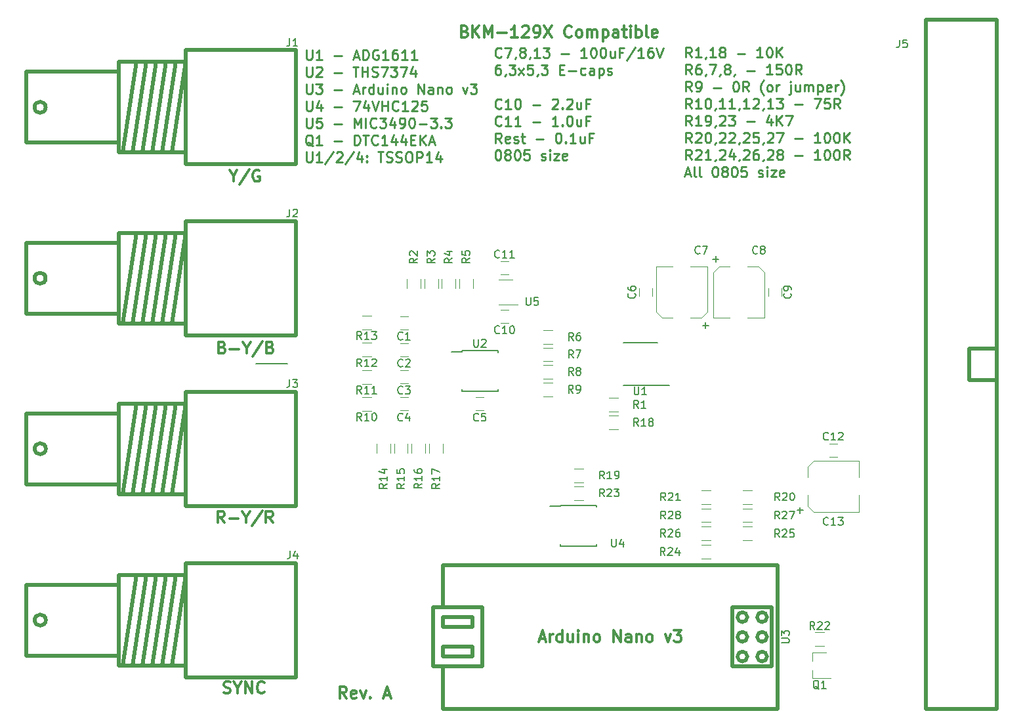
<source format=gbr>
G04 #@! TF.FileFunction,Legend,Top*
%FSLAX46Y46*%
G04 Gerber Fmt 4.6, Leading zero omitted, Abs format (unit mm)*
G04 Created by KiCad (PCBNEW 4.0.7-e2-6376~61~ubuntu18.04.1) date Wed Mar 18 18:40:07 2020*
%MOMM*%
%LPD*%
G01*
G04 APERTURE LIST*
%ADD10C,0.100000*%
%ADD11C,0.300000*%
%ADD12C,0.250000*%
%ADD13C,0.200000*%
%ADD14C,0.120000*%
%ADD15C,0.500000*%
%ADD16C,0.150000*%
G04 APERTURE END LIST*
D10*
D11*
X142141072Y-149649571D02*
X141641072Y-148935286D01*
X141283929Y-149649571D02*
X141283929Y-148149571D01*
X141855357Y-148149571D01*
X141998215Y-148221000D01*
X142069643Y-148292429D01*
X142141072Y-148435286D01*
X142141072Y-148649571D01*
X142069643Y-148792429D01*
X141998215Y-148863857D01*
X141855357Y-148935286D01*
X141283929Y-148935286D01*
X143355357Y-149578143D02*
X143212500Y-149649571D01*
X142926786Y-149649571D01*
X142783929Y-149578143D01*
X142712500Y-149435286D01*
X142712500Y-148863857D01*
X142783929Y-148721000D01*
X142926786Y-148649571D01*
X143212500Y-148649571D01*
X143355357Y-148721000D01*
X143426786Y-148863857D01*
X143426786Y-149006714D01*
X142712500Y-149149571D01*
X143926786Y-148649571D02*
X144283929Y-149649571D01*
X144641071Y-148649571D01*
X145212500Y-149506714D02*
X145283928Y-149578143D01*
X145212500Y-149649571D01*
X145141071Y-149578143D01*
X145212500Y-149506714D01*
X145212500Y-149649571D01*
X146998214Y-149221000D02*
X147712500Y-149221000D01*
X146855357Y-149649571D02*
X147355357Y-148149571D01*
X147855357Y-149649571D01*
X126297857Y-148943143D02*
X126512143Y-149014571D01*
X126869286Y-149014571D01*
X127012143Y-148943143D01*
X127083572Y-148871714D01*
X127155000Y-148728857D01*
X127155000Y-148586000D01*
X127083572Y-148443143D01*
X127012143Y-148371714D01*
X126869286Y-148300286D01*
X126583572Y-148228857D01*
X126440714Y-148157429D01*
X126369286Y-148086000D01*
X126297857Y-147943143D01*
X126297857Y-147800286D01*
X126369286Y-147657429D01*
X126440714Y-147586000D01*
X126583572Y-147514571D01*
X126940714Y-147514571D01*
X127155000Y-147586000D01*
X128083571Y-148300286D02*
X128083571Y-149014571D01*
X127583571Y-147514571D02*
X128083571Y-148300286D01*
X128583571Y-147514571D01*
X129083571Y-149014571D02*
X129083571Y-147514571D01*
X129940714Y-149014571D01*
X129940714Y-147514571D01*
X131512143Y-148871714D02*
X131440714Y-148943143D01*
X131226428Y-149014571D01*
X131083571Y-149014571D01*
X130869286Y-148943143D01*
X130726428Y-148800286D01*
X130655000Y-148657429D01*
X130583571Y-148371714D01*
X130583571Y-148157429D01*
X130655000Y-147871714D01*
X130726428Y-147728857D01*
X130869286Y-147586000D01*
X131083571Y-147514571D01*
X131226428Y-147514571D01*
X131440714Y-147586000D01*
X131512143Y-147657429D01*
X126389143Y-127018171D02*
X125889143Y-126303886D01*
X125532000Y-127018171D02*
X125532000Y-125518171D01*
X126103428Y-125518171D01*
X126246286Y-125589600D01*
X126317714Y-125661029D01*
X126389143Y-125803886D01*
X126389143Y-126018171D01*
X126317714Y-126161029D01*
X126246286Y-126232457D01*
X126103428Y-126303886D01*
X125532000Y-126303886D01*
X127032000Y-126446743D02*
X128174857Y-126446743D01*
X129174857Y-126303886D02*
X129174857Y-127018171D01*
X128674857Y-125518171D02*
X129174857Y-126303886D01*
X129674857Y-125518171D01*
X131246285Y-125446743D02*
X129960571Y-127375314D01*
X132603429Y-127018171D02*
X132103429Y-126303886D01*
X131746286Y-127018171D02*
X131746286Y-125518171D01*
X132317714Y-125518171D01*
X132460572Y-125589600D01*
X132532000Y-125661029D01*
X132603429Y-125803886D01*
X132603429Y-126018171D01*
X132532000Y-126161029D01*
X132460572Y-126232457D01*
X132317714Y-126303886D01*
X131746286Y-126303886D01*
X126082800Y-104388457D02*
X126297086Y-104459886D01*
X126368514Y-104531314D01*
X126439943Y-104674171D01*
X126439943Y-104888457D01*
X126368514Y-105031314D01*
X126297086Y-105102743D01*
X126154228Y-105174171D01*
X125582800Y-105174171D01*
X125582800Y-103674171D01*
X126082800Y-103674171D01*
X126225657Y-103745600D01*
X126297086Y-103817029D01*
X126368514Y-103959886D01*
X126368514Y-104102743D01*
X126297086Y-104245600D01*
X126225657Y-104317029D01*
X126082800Y-104388457D01*
X125582800Y-104388457D01*
X127082800Y-104602743D02*
X128225657Y-104602743D01*
X129225657Y-104459886D02*
X129225657Y-105174171D01*
X128725657Y-103674171D02*
X129225657Y-104459886D01*
X129725657Y-103674171D01*
X131297085Y-103602743D02*
X130011371Y-105531314D01*
X132297086Y-104388457D02*
X132511372Y-104459886D01*
X132582800Y-104531314D01*
X132654229Y-104674171D01*
X132654229Y-104888457D01*
X132582800Y-105031314D01*
X132511372Y-105102743D01*
X132368514Y-105174171D01*
X131797086Y-105174171D01*
X131797086Y-103674171D01*
X132297086Y-103674171D01*
X132439943Y-103745600D01*
X132511372Y-103817029D01*
X132582800Y-103959886D01*
X132582800Y-104102743D01*
X132511372Y-104245600D01*
X132439943Y-104317029D01*
X132297086Y-104388457D01*
X131797086Y-104388457D01*
X127521686Y-82285686D02*
X127521686Y-82999971D01*
X127021686Y-81499971D02*
X127521686Y-82285686D01*
X128021686Y-81499971D01*
X129593114Y-81428543D02*
X128307400Y-83357114D01*
X130878829Y-81571400D02*
X130735972Y-81499971D01*
X130521686Y-81499971D01*
X130307401Y-81571400D01*
X130164543Y-81714257D01*
X130093115Y-81857114D01*
X130021686Y-82142829D01*
X130021686Y-82357114D01*
X130093115Y-82642829D01*
X130164543Y-82785686D01*
X130307401Y-82928543D01*
X130521686Y-82999971D01*
X130664543Y-82999971D01*
X130878829Y-82928543D01*
X130950258Y-82857114D01*
X130950258Y-82357114D01*
X130664543Y-82357114D01*
D12*
X162113781Y-66914686D02*
X162051876Y-66976590D01*
X161866162Y-67038495D01*
X161742352Y-67038495D01*
X161556638Y-66976590D01*
X161432829Y-66852781D01*
X161370924Y-66728971D01*
X161309019Y-66481352D01*
X161309019Y-66295638D01*
X161370924Y-66048019D01*
X161432829Y-65924210D01*
X161556638Y-65800400D01*
X161742352Y-65738495D01*
X161866162Y-65738495D01*
X162051876Y-65800400D01*
X162113781Y-65862305D01*
X162547114Y-65738495D02*
X163413781Y-65738495D01*
X162856638Y-67038495D01*
X163970924Y-66976590D02*
X163970924Y-67038495D01*
X163909019Y-67162305D01*
X163847114Y-67224210D01*
X164713781Y-66295638D02*
X164589972Y-66233733D01*
X164528067Y-66171829D01*
X164466162Y-66048019D01*
X164466162Y-65986114D01*
X164528067Y-65862305D01*
X164589972Y-65800400D01*
X164713781Y-65738495D01*
X164961400Y-65738495D01*
X165085210Y-65800400D01*
X165147114Y-65862305D01*
X165209019Y-65986114D01*
X165209019Y-66048019D01*
X165147114Y-66171829D01*
X165085210Y-66233733D01*
X164961400Y-66295638D01*
X164713781Y-66295638D01*
X164589972Y-66357543D01*
X164528067Y-66419448D01*
X164466162Y-66543257D01*
X164466162Y-66790876D01*
X164528067Y-66914686D01*
X164589972Y-66976590D01*
X164713781Y-67038495D01*
X164961400Y-67038495D01*
X165085210Y-66976590D01*
X165147114Y-66914686D01*
X165209019Y-66790876D01*
X165209019Y-66543257D01*
X165147114Y-66419448D01*
X165085210Y-66357543D01*
X164961400Y-66295638D01*
X165828067Y-66976590D02*
X165828067Y-67038495D01*
X165766162Y-67162305D01*
X165704257Y-67224210D01*
X167066162Y-67038495D02*
X166323305Y-67038495D01*
X166694734Y-67038495D02*
X166694734Y-65738495D01*
X166570924Y-65924210D01*
X166447115Y-66048019D01*
X166323305Y-66109924D01*
X167499495Y-65738495D02*
X168304257Y-65738495D01*
X167870924Y-66233733D01*
X168056638Y-66233733D01*
X168180448Y-66295638D01*
X168242352Y-66357543D01*
X168304257Y-66481352D01*
X168304257Y-66790876D01*
X168242352Y-66914686D01*
X168180448Y-66976590D01*
X168056638Y-67038495D01*
X167685210Y-67038495D01*
X167561400Y-66976590D01*
X167499495Y-66914686D01*
X169851876Y-66543257D02*
X170842352Y-66543257D01*
X173132828Y-67038495D02*
X172389971Y-67038495D01*
X172761400Y-67038495D02*
X172761400Y-65738495D01*
X172637590Y-65924210D01*
X172513781Y-66048019D01*
X172389971Y-66109924D01*
X173937590Y-65738495D02*
X174061399Y-65738495D01*
X174185209Y-65800400D01*
X174247114Y-65862305D01*
X174309018Y-65986114D01*
X174370923Y-66233733D01*
X174370923Y-66543257D01*
X174309018Y-66790876D01*
X174247114Y-66914686D01*
X174185209Y-66976590D01*
X174061399Y-67038495D01*
X173937590Y-67038495D01*
X173813780Y-66976590D01*
X173751876Y-66914686D01*
X173689971Y-66790876D01*
X173628066Y-66543257D01*
X173628066Y-66233733D01*
X173689971Y-65986114D01*
X173751876Y-65862305D01*
X173813780Y-65800400D01*
X173937590Y-65738495D01*
X175175685Y-65738495D02*
X175299494Y-65738495D01*
X175423304Y-65800400D01*
X175485209Y-65862305D01*
X175547113Y-65986114D01*
X175609018Y-66233733D01*
X175609018Y-66543257D01*
X175547113Y-66790876D01*
X175485209Y-66914686D01*
X175423304Y-66976590D01*
X175299494Y-67038495D01*
X175175685Y-67038495D01*
X175051875Y-66976590D01*
X174989971Y-66914686D01*
X174928066Y-66790876D01*
X174866161Y-66543257D01*
X174866161Y-66233733D01*
X174928066Y-65986114D01*
X174989971Y-65862305D01*
X175051875Y-65800400D01*
X175175685Y-65738495D01*
X176723304Y-66171829D02*
X176723304Y-67038495D01*
X176166161Y-66171829D02*
X176166161Y-66852781D01*
X176228066Y-66976590D01*
X176351875Y-67038495D01*
X176537589Y-67038495D01*
X176661399Y-66976590D01*
X176723304Y-66914686D01*
X177775684Y-66357543D02*
X177342351Y-66357543D01*
X177342351Y-67038495D02*
X177342351Y-65738495D01*
X177961398Y-65738495D01*
X179385208Y-65676590D02*
X178270923Y-67348019D01*
X180499494Y-67038495D02*
X179756637Y-67038495D01*
X180128066Y-67038495D02*
X180128066Y-65738495D01*
X180004256Y-65924210D01*
X179880447Y-66048019D01*
X179756637Y-66109924D01*
X181613780Y-65738495D02*
X181366161Y-65738495D01*
X181242351Y-65800400D01*
X181180446Y-65862305D01*
X181056637Y-66048019D01*
X180994732Y-66295638D01*
X180994732Y-66790876D01*
X181056637Y-66914686D01*
X181118542Y-66976590D01*
X181242351Y-67038495D01*
X181489970Y-67038495D01*
X181613780Y-66976590D01*
X181675684Y-66914686D01*
X181737589Y-66790876D01*
X181737589Y-66481352D01*
X181675684Y-66357543D01*
X181613780Y-66295638D01*
X181489970Y-66233733D01*
X181242351Y-66233733D01*
X181118542Y-66295638D01*
X181056637Y-66357543D01*
X180994732Y-66481352D01*
X182109018Y-65738495D02*
X182542351Y-67038495D01*
X182975684Y-65738495D01*
X161928067Y-67938495D02*
X161680448Y-67938495D01*
X161556638Y-68000400D01*
X161494733Y-68062305D01*
X161370924Y-68248019D01*
X161309019Y-68495638D01*
X161309019Y-68990876D01*
X161370924Y-69114686D01*
X161432829Y-69176590D01*
X161556638Y-69238495D01*
X161804257Y-69238495D01*
X161928067Y-69176590D01*
X161989971Y-69114686D01*
X162051876Y-68990876D01*
X162051876Y-68681352D01*
X161989971Y-68557543D01*
X161928067Y-68495638D01*
X161804257Y-68433733D01*
X161556638Y-68433733D01*
X161432829Y-68495638D01*
X161370924Y-68557543D01*
X161309019Y-68681352D01*
X162670924Y-69176590D02*
X162670924Y-69238495D01*
X162609019Y-69362305D01*
X162547114Y-69424210D01*
X163104257Y-67938495D02*
X163909019Y-67938495D01*
X163475686Y-68433733D01*
X163661400Y-68433733D01*
X163785210Y-68495638D01*
X163847114Y-68557543D01*
X163909019Y-68681352D01*
X163909019Y-68990876D01*
X163847114Y-69114686D01*
X163785210Y-69176590D01*
X163661400Y-69238495D01*
X163289972Y-69238495D01*
X163166162Y-69176590D01*
X163104257Y-69114686D01*
X164342352Y-69238495D02*
X165023305Y-68371829D01*
X164342352Y-68371829D02*
X165023305Y-69238495D01*
X166137590Y-67938495D02*
X165518543Y-67938495D01*
X165456638Y-68557543D01*
X165518543Y-68495638D01*
X165642352Y-68433733D01*
X165951876Y-68433733D01*
X166075686Y-68495638D01*
X166137590Y-68557543D01*
X166199495Y-68681352D01*
X166199495Y-68990876D01*
X166137590Y-69114686D01*
X166075686Y-69176590D01*
X165951876Y-69238495D01*
X165642352Y-69238495D01*
X165518543Y-69176590D01*
X165456638Y-69114686D01*
X166818543Y-69176590D02*
X166818543Y-69238495D01*
X166756638Y-69362305D01*
X166694733Y-69424210D01*
X167251876Y-67938495D02*
X168056638Y-67938495D01*
X167623305Y-68433733D01*
X167809019Y-68433733D01*
X167932829Y-68495638D01*
X167994733Y-68557543D01*
X168056638Y-68681352D01*
X168056638Y-68990876D01*
X167994733Y-69114686D01*
X167932829Y-69176590D01*
X167809019Y-69238495D01*
X167437591Y-69238495D01*
X167313781Y-69176590D01*
X167251876Y-69114686D01*
X169604257Y-68557543D02*
X170037590Y-68557543D01*
X170223304Y-69238495D02*
X169604257Y-69238495D01*
X169604257Y-67938495D01*
X170223304Y-67938495D01*
X170780447Y-68743257D02*
X171770923Y-68743257D01*
X172947114Y-69176590D02*
X172823304Y-69238495D01*
X172575685Y-69238495D01*
X172451876Y-69176590D01*
X172389971Y-69114686D01*
X172328066Y-68990876D01*
X172328066Y-68619448D01*
X172389971Y-68495638D01*
X172451876Y-68433733D01*
X172575685Y-68371829D01*
X172823304Y-68371829D01*
X172947114Y-68433733D01*
X174061400Y-69238495D02*
X174061400Y-68557543D01*
X173999495Y-68433733D01*
X173875685Y-68371829D01*
X173628066Y-68371829D01*
X173504257Y-68433733D01*
X174061400Y-69176590D02*
X173937590Y-69238495D01*
X173628066Y-69238495D01*
X173504257Y-69176590D01*
X173442352Y-69052781D01*
X173442352Y-68928971D01*
X173504257Y-68805162D01*
X173628066Y-68743257D01*
X173937590Y-68743257D01*
X174061400Y-68681352D01*
X174680447Y-68371829D02*
X174680447Y-69671829D01*
X174680447Y-68433733D02*
X174804256Y-68371829D01*
X175051875Y-68371829D01*
X175175685Y-68433733D01*
X175237590Y-68495638D01*
X175299494Y-68619448D01*
X175299494Y-68990876D01*
X175237590Y-69114686D01*
X175175685Y-69176590D01*
X175051875Y-69238495D01*
X174804256Y-69238495D01*
X174680447Y-69176590D01*
X175794732Y-69176590D02*
X175918542Y-69238495D01*
X176166161Y-69238495D01*
X176289970Y-69176590D01*
X176351875Y-69052781D01*
X176351875Y-68990876D01*
X176289970Y-68867067D01*
X176166161Y-68805162D01*
X175980446Y-68805162D01*
X175856637Y-68743257D01*
X175794732Y-68619448D01*
X175794732Y-68557543D01*
X175856637Y-68433733D01*
X175980446Y-68371829D01*
X176166161Y-68371829D01*
X176289970Y-68433733D01*
X162113781Y-73514686D02*
X162051876Y-73576590D01*
X161866162Y-73638495D01*
X161742352Y-73638495D01*
X161556638Y-73576590D01*
X161432829Y-73452781D01*
X161370924Y-73328971D01*
X161309019Y-73081352D01*
X161309019Y-72895638D01*
X161370924Y-72648019D01*
X161432829Y-72524210D01*
X161556638Y-72400400D01*
X161742352Y-72338495D01*
X161866162Y-72338495D01*
X162051876Y-72400400D01*
X162113781Y-72462305D01*
X163351876Y-73638495D02*
X162609019Y-73638495D01*
X162980448Y-73638495D02*
X162980448Y-72338495D01*
X162856638Y-72524210D01*
X162732829Y-72648019D01*
X162609019Y-72709924D01*
X164156638Y-72338495D02*
X164280447Y-72338495D01*
X164404257Y-72400400D01*
X164466162Y-72462305D01*
X164528066Y-72586114D01*
X164589971Y-72833733D01*
X164589971Y-73143257D01*
X164528066Y-73390876D01*
X164466162Y-73514686D01*
X164404257Y-73576590D01*
X164280447Y-73638495D01*
X164156638Y-73638495D01*
X164032828Y-73576590D01*
X163970924Y-73514686D01*
X163909019Y-73390876D01*
X163847114Y-73143257D01*
X163847114Y-72833733D01*
X163909019Y-72586114D01*
X163970924Y-72462305D01*
X164032828Y-72400400D01*
X164156638Y-72338495D01*
X166137590Y-73143257D02*
X167128066Y-73143257D01*
X168675685Y-72462305D02*
X168737590Y-72400400D01*
X168861399Y-72338495D01*
X169170923Y-72338495D01*
X169294733Y-72400400D01*
X169356637Y-72462305D01*
X169418542Y-72586114D01*
X169418542Y-72709924D01*
X169356637Y-72895638D01*
X168613780Y-73638495D01*
X169418542Y-73638495D01*
X169975685Y-73514686D02*
X170037590Y-73576590D01*
X169975685Y-73638495D01*
X169913780Y-73576590D01*
X169975685Y-73514686D01*
X169975685Y-73638495D01*
X170532828Y-72462305D02*
X170594733Y-72400400D01*
X170718542Y-72338495D01*
X171028066Y-72338495D01*
X171151876Y-72400400D01*
X171213780Y-72462305D01*
X171275685Y-72586114D01*
X171275685Y-72709924D01*
X171213780Y-72895638D01*
X170470923Y-73638495D01*
X171275685Y-73638495D01*
X172389971Y-72771829D02*
X172389971Y-73638495D01*
X171832828Y-72771829D02*
X171832828Y-73452781D01*
X171894733Y-73576590D01*
X172018542Y-73638495D01*
X172204256Y-73638495D01*
X172328066Y-73576590D01*
X172389971Y-73514686D01*
X173442351Y-72957543D02*
X173009018Y-72957543D01*
X173009018Y-73638495D02*
X173009018Y-72338495D01*
X173628065Y-72338495D01*
X162113781Y-75714686D02*
X162051876Y-75776590D01*
X161866162Y-75838495D01*
X161742352Y-75838495D01*
X161556638Y-75776590D01*
X161432829Y-75652781D01*
X161370924Y-75528971D01*
X161309019Y-75281352D01*
X161309019Y-75095638D01*
X161370924Y-74848019D01*
X161432829Y-74724210D01*
X161556638Y-74600400D01*
X161742352Y-74538495D01*
X161866162Y-74538495D01*
X162051876Y-74600400D01*
X162113781Y-74662305D01*
X163351876Y-75838495D02*
X162609019Y-75838495D01*
X162980448Y-75838495D02*
X162980448Y-74538495D01*
X162856638Y-74724210D01*
X162732829Y-74848019D01*
X162609019Y-74909924D01*
X164589971Y-75838495D02*
X163847114Y-75838495D01*
X164218543Y-75838495D02*
X164218543Y-74538495D01*
X164094733Y-74724210D01*
X163970924Y-74848019D01*
X163847114Y-74909924D01*
X166137590Y-75343257D02*
X167128066Y-75343257D01*
X169418542Y-75838495D02*
X168675685Y-75838495D01*
X169047114Y-75838495D02*
X169047114Y-74538495D01*
X168923304Y-74724210D01*
X168799495Y-74848019D01*
X168675685Y-74909924D01*
X169975685Y-75714686D02*
X170037590Y-75776590D01*
X169975685Y-75838495D01*
X169913780Y-75776590D01*
X169975685Y-75714686D01*
X169975685Y-75838495D01*
X170842352Y-74538495D02*
X170966161Y-74538495D01*
X171089971Y-74600400D01*
X171151876Y-74662305D01*
X171213780Y-74786114D01*
X171275685Y-75033733D01*
X171275685Y-75343257D01*
X171213780Y-75590876D01*
X171151876Y-75714686D01*
X171089971Y-75776590D01*
X170966161Y-75838495D01*
X170842352Y-75838495D01*
X170718542Y-75776590D01*
X170656638Y-75714686D01*
X170594733Y-75590876D01*
X170532828Y-75343257D01*
X170532828Y-75033733D01*
X170594733Y-74786114D01*
X170656638Y-74662305D01*
X170718542Y-74600400D01*
X170842352Y-74538495D01*
X172389971Y-74971829D02*
X172389971Y-75838495D01*
X171832828Y-74971829D02*
X171832828Y-75652781D01*
X171894733Y-75776590D01*
X172018542Y-75838495D01*
X172204256Y-75838495D01*
X172328066Y-75776590D01*
X172389971Y-75714686D01*
X173442351Y-75157543D02*
X173009018Y-75157543D01*
X173009018Y-75838495D02*
X173009018Y-74538495D01*
X173628065Y-74538495D01*
X162113781Y-78038495D02*
X161680448Y-77419448D01*
X161370924Y-78038495D02*
X161370924Y-76738495D01*
X161866162Y-76738495D01*
X161989971Y-76800400D01*
X162051876Y-76862305D01*
X162113781Y-76986114D01*
X162113781Y-77171829D01*
X162051876Y-77295638D01*
X161989971Y-77357543D01*
X161866162Y-77419448D01*
X161370924Y-77419448D01*
X163166162Y-77976590D02*
X163042352Y-78038495D01*
X162794733Y-78038495D01*
X162670924Y-77976590D01*
X162609019Y-77852781D01*
X162609019Y-77357543D01*
X162670924Y-77233733D01*
X162794733Y-77171829D01*
X163042352Y-77171829D01*
X163166162Y-77233733D01*
X163228067Y-77357543D01*
X163228067Y-77481352D01*
X162609019Y-77605162D01*
X163723305Y-77976590D02*
X163847115Y-78038495D01*
X164094734Y-78038495D01*
X164218543Y-77976590D01*
X164280448Y-77852781D01*
X164280448Y-77790876D01*
X164218543Y-77667067D01*
X164094734Y-77605162D01*
X163909019Y-77605162D01*
X163785210Y-77543257D01*
X163723305Y-77419448D01*
X163723305Y-77357543D01*
X163785210Y-77233733D01*
X163909019Y-77171829D01*
X164094734Y-77171829D01*
X164218543Y-77233733D01*
X164651877Y-77171829D02*
X165147115Y-77171829D01*
X164837591Y-76738495D02*
X164837591Y-77852781D01*
X164899496Y-77976590D01*
X165023305Y-78038495D01*
X165147115Y-78038495D01*
X166570924Y-77543257D02*
X167561400Y-77543257D01*
X169418543Y-76738495D02*
X169542352Y-76738495D01*
X169666162Y-76800400D01*
X169728067Y-76862305D01*
X169789971Y-76986114D01*
X169851876Y-77233733D01*
X169851876Y-77543257D01*
X169789971Y-77790876D01*
X169728067Y-77914686D01*
X169666162Y-77976590D01*
X169542352Y-78038495D01*
X169418543Y-78038495D01*
X169294733Y-77976590D01*
X169232829Y-77914686D01*
X169170924Y-77790876D01*
X169109019Y-77543257D01*
X169109019Y-77233733D01*
X169170924Y-76986114D01*
X169232829Y-76862305D01*
X169294733Y-76800400D01*
X169418543Y-76738495D01*
X170409019Y-77914686D02*
X170470924Y-77976590D01*
X170409019Y-78038495D01*
X170347114Y-77976590D01*
X170409019Y-77914686D01*
X170409019Y-78038495D01*
X171709019Y-78038495D02*
X170966162Y-78038495D01*
X171337591Y-78038495D02*
X171337591Y-76738495D01*
X171213781Y-76924210D01*
X171089972Y-77048019D01*
X170966162Y-77109924D01*
X172823305Y-77171829D02*
X172823305Y-78038495D01*
X172266162Y-77171829D02*
X172266162Y-77852781D01*
X172328067Y-77976590D01*
X172451876Y-78038495D01*
X172637590Y-78038495D01*
X172761400Y-77976590D01*
X172823305Y-77914686D01*
X173875685Y-77357543D02*
X173442352Y-77357543D01*
X173442352Y-78038495D02*
X173442352Y-76738495D01*
X174061399Y-76738495D01*
X161618543Y-78938495D02*
X161742352Y-78938495D01*
X161866162Y-79000400D01*
X161928067Y-79062305D01*
X161989971Y-79186114D01*
X162051876Y-79433733D01*
X162051876Y-79743257D01*
X161989971Y-79990876D01*
X161928067Y-80114686D01*
X161866162Y-80176590D01*
X161742352Y-80238495D01*
X161618543Y-80238495D01*
X161494733Y-80176590D01*
X161432829Y-80114686D01*
X161370924Y-79990876D01*
X161309019Y-79743257D01*
X161309019Y-79433733D01*
X161370924Y-79186114D01*
X161432829Y-79062305D01*
X161494733Y-79000400D01*
X161618543Y-78938495D01*
X162794733Y-79495638D02*
X162670924Y-79433733D01*
X162609019Y-79371829D01*
X162547114Y-79248019D01*
X162547114Y-79186114D01*
X162609019Y-79062305D01*
X162670924Y-79000400D01*
X162794733Y-78938495D01*
X163042352Y-78938495D01*
X163166162Y-79000400D01*
X163228066Y-79062305D01*
X163289971Y-79186114D01*
X163289971Y-79248019D01*
X163228066Y-79371829D01*
X163166162Y-79433733D01*
X163042352Y-79495638D01*
X162794733Y-79495638D01*
X162670924Y-79557543D01*
X162609019Y-79619448D01*
X162547114Y-79743257D01*
X162547114Y-79990876D01*
X162609019Y-80114686D01*
X162670924Y-80176590D01*
X162794733Y-80238495D01*
X163042352Y-80238495D01*
X163166162Y-80176590D01*
X163228066Y-80114686D01*
X163289971Y-79990876D01*
X163289971Y-79743257D01*
X163228066Y-79619448D01*
X163166162Y-79557543D01*
X163042352Y-79495638D01*
X164094733Y-78938495D02*
X164218542Y-78938495D01*
X164342352Y-79000400D01*
X164404257Y-79062305D01*
X164466161Y-79186114D01*
X164528066Y-79433733D01*
X164528066Y-79743257D01*
X164466161Y-79990876D01*
X164404257Y-80114686D01*
X164342352Y-80176590D01*
X164218542Y-80238495D01*
X164094733Y-80238495D01*
X163970923Y-80176590D01*
X163909019Y-80114686D01*
X163847114Y-79990876D01*
X163785209Y-79743257D01*
X163785209Y-79433733D01*
X163847114Y-79186114D01*
X163909019Y-79062305D01*
X163970923Y-79000400D01*
X164094733Y-78938495D01*
X165704256Y-78938495D02*
X165085209Y-78938495D01*
X165023304Y-79557543D01*
X165085209Y-79495638D01*
X165209018Y-79433733D01*
X165518542Y-79433733D01*
X165642352Y-79495638D01*
X165704256Y-79557543D01*
X165766161Y-79681352D01*
X165766161Y-79990876D01*
X165704256Y-80114686D01*
X165642352Y-80176590D01*
X165518542Y-80238495D01*
X165209018Y-80238495D01*
X165085209Y-80176590D01*
X165023304Y-80114686D01*
X167251875Y-80176590D02*
X167375685Y-80238495D01*
X167623304Y-80238495D01*
X167747113Y-80176590D01*
X167809018Y-80052781D01*
X167809018Y-79990876D01*
X167747113Y-79867067D01*
X167623304Y-79805162D01*
X167437589Y-79805162D01*
X167313780Y-79743257D01*
X167251875Y-79619448D01*
X167251875Y-79557543D01*
X167313780Y-79433733D01*
X167437589Y-79371829D01*
X167623304Y-79371829D01*
X167747113Y-79433733D01*
X168366161Y-80238495D02*
X168366161Y-79371829D01*
X168366161Y-78938495D02*
X168304256Y-79000400D01*
X168366161Y-79062305D01*
X168428066Y-79000400D01*
X168366161Y-78938495D01*
X168366161Y-79062305D01*
X168861399Y-79371829D02*
X169542352Y-79371829D01*
X168861399Y-80238495D01*
X169542352Y-80238495D01*
X170532828Y-80176590D02*
X170409018Y-80238495D01*
X170161399Y-80238495D01*
X170037590Y-80176590D01*
X169975685Y-80052781D01*
X169975685Y-79557543D01*
X170037590Y-79433733D01*
X170161399Y-79371829D01*
X170409018Y-79371829D01*
X170532828Y-79433733D01*
X170594733Y-79557543D01*
X170594733Y-79681352D01*
X169975685Y-79805162D01*
X186662881Y-66992595D02*
X186229548Y-66373548D01*
X185920024Y-66992595D02*
X185920024Y-65692595D01*
X186415262Y-65692595D01*
X186539071Y-65754500D01*
X186600976Y-65816405D01*
X186662881Y-65940214D01*
X186662881Y-66125929D01*
X186600976Y-66249738D01*
X186539071Y-66311643D01*
X186415262Y-66373548D01*
X185920024Y-66373548D01*
X187900976Y-66992595D02*
X187158119Y-66992595D01*
X187529548Y-66992595D02*
X187529548Y-65692595D01*
X187405738Y-65878310D01*
X187281929Y-66002119D01*
X187158119Y-66064024D01*
X188520024Y-66930690D02*
X188520024Y-66992595D01*
X188458119Y-67116405D01*
X188396214Y-67178310D01*
X189758119Y-66992595D02*
X189015262Y-66992595D01*
X189386691Y-66992595D02*
X189386691Y-65692595D01*
X189262881Y-65878310D01*
X189139072Y-66002119D01*
X189015262Y-66064024D01*
X190500976Y-66249738D02*
X190377167Y-66187833D01*
X190315262Y-66125929D01*
X190253357Y-66002119D01*
X190253357Y-65940214D01*
X190315262Y-65816405D01*
X190377167Y-65754500D01*
X190500976Y-65692595D01*
X190748595Y-65692595D01*
X190872405Y-65754500D01*
X190934309Y-65816405D01*
X190996214Y-65940214D01*
X190996214Y-66002119D01*
X190934309Y-66125929D01*
X190872405Y-66187833D01*
X190748595Y-66249738D01*
X190500976Y-66249738D01*
X190377167Y-66311643D01*
X190315262Y-66373548D01*
X190253357Y-66497357D01*
X190253357Y-66744976D01*
X190315262Y-66868786D01*
X190377167Y-66930690D01*
X190500976Y-66992595D01*
X190748595Y-66992595D01*
X190872405Y-66930690D01*
X190934309Y-66868786D01*
X190996214Y-66744976D01*
X190996214Y-66497357D01*
X190934309Y-66373548D01*
X190872405Y-66311643D01*
X190748595Y-66249738D01*
X192543833Y-66497357D02*
X193534309Y-66497357D01*
X195824785Y-66992595D02*
X195081928Y-66992595D01*
X195453357Y-66992595D02*
X195453357Y-65692595D01*
X195329547Y-65878310D01*
X195205738Y-66002119D01*
X195081928Y-66064024D01*
X196629547Y-65692595D02*
X196753356Y-65692595D01*
X196877166Y-65754500D01*
X196939071Y-65816405D01*
X197000975Y-65940214D01*
X197062880Y-66187833D01*
X197062880Y-66497357D01*
X197000975Y-66744976D01*
X196939071Y-66868786D01*
X196877166Y-66930690D01*
X196753356Y-66992595D01*
X196629547Y-66992595D01*
X196505737Y-66930690D01*
X196443833Y-66868786D01*
X196381928Y-66744976D01*
X196320023Y-66497357D01*
X196320023Y-66187833D01*
X196381928Y-65940214D01*
X196443833Y-65816405D01*
X196505737Y-65754500D01*
X196629547Y-65692595D01*
X197620023Y-66992595D02*
X197620023Y-65692595D01*
X198362880Y-66992595D02*
X197805737Y-66249738D01*
X198362880Y-65692595D02*
X197620023Y-66435452D01*
X186662881Y-69192595D02*
X186229548Y-68573548D01*
X185920024Y-69192595D02*
X185920024Y-67892595D01*
X186415262Y-67892595D01*
X186539071Y-67954500D01*
X186600976Y-68016405D01*
X186662881Y-68140214D01*
X186662881Y-68325929D01*
X186600976Y-68449738D01*
X186539071Y-68511643D01*
X186415262Y-68573548D01*
X185920024Y-68573548D01*
X187777167Y-67892595D02*
X187529548Y-67892595D01*
X187405738Y-67954500D01*
X187343833Y-68016405D01*
X187220024Y-68202119D01*
X187158119Y-68449738D01*
X187158119Y-68944976D01*
X187220024Y-69068786D01*
X187281929Y-69130690D01*
X187405738Y-69192595D01*
X187653357Y-69192595D01*
X187777167Y-69130690D01*
X187839071Y-69068786D01*
X187900976Y-68944976D01*
X187900976Y-68635452D01*
X187839071Y-68511643D01*
X187777167Y-68449738D01*
X187653357Y-68387833D01*
X187405738Y-68387833D01*
X187281929Y-68449738D01*
X187220024Y-68511643D01*
X187158119Y-68635452D01*
X188520024Y-69130690D02*
X188520024Y-69192595D01*
X188458119Y-69316405D01*
X188396214Y-69378310D01*
X188953357Y-67892595D02*
X189820024Y-67892595D01*
X189262881Y-69192595D01*
X190377167Y-69130690D02*
X190377167Y-69192595D01*
X190315262Y-69316405D01*
X190253357Y-69378310D01*
X191120024Y-68449738D02*
X190996215Y-68387833D01*
X190934310Y-68325929D01*
X190872405Y-68202119D01*
X190872405Y-68140214D01*
X190934310Y-68016405D01*
X190996215Y-67954500D01*
X191120024Y-67892595D01*
X191367643Y-67892595D01*
X191491453Y-67954500D01*
X191553357Y-68016405D01*
X191615262Y-68140214D01*
X191615262Y-68202119D01*
X191553357Y-68325929D01*
X191491453Y-68387833D01*
X191367643Y-68449738D01*
X191120024Y-68449738D01*
X190996215Y-68511643D01*
X190934310Y-68573548D01*
X190872405Y-68697357D01*
X190872405Y-68944976D01*
X190934310Y-69068786D01*
X190996215Y-69130690D01*
X191120024Y-69192595D01*
X191367643Y-69192595D01*
X191491453Y-69130690D01*
X191553357Y-69068786D01*
X191615262Y-68944976D01*
X191615262Y-68697357D01*
X191553357Y-68573548D01*
X191491453Y-68511643D01*
X191367643Y-68449738D01*
X192234310Y-69130690D02*
X192234310Y-69192595D01*
X192172405Y-69316405D01*
X192110500Y-69378310D01*
X193781929Y-68697357D02*
X194772405Y-68697357D01*
X197062881Y-69192595D02*
X196320024Y-69192595D01*
X196691453Y-69192595D02*
X196691453Y-67892595D01*
X196567643Y-68078310D01*
X196443834Y-68202119D01*
X196320024Y-68264024D01*
X198239071Y-67892595D02*
X197620024Y-67892595D01*
X197558119Y-68511643D01*
X197620024Y-68449738D01*
X197743833Y-68387833D01*
X198053357Y-68387833D01*
X198177167Y-68449738D01*
X198239071Y-68511643D01*
X198300976Y-68635452D01*
X198300976Y-68944976D01*
X198239071Y-69068786D01*
X198177167Y-69130690D01*
X198053357Y-69192595D01*
X197743833Y-69192595D01*
X197620024Y-69130690D01*
X197558119Y-69068786D01*
X199105738Y-67892595D02*
X199229547Y-67892595D01*
X199353357Y-67954500D01*
X199415262Y-68016405D01*
X199477166Y-68140214D01*
X199539071Y-68387833D01*
X199539071Y-68697357D01*
X199477166Y-68944976D01*
X199415262Y-69068786D01*
X199353357Y-69130690D01*
X199229547Y-69192595D01*
X199105738Y-69192595D01*
X198981928Y-69130690D01*
X198920024Y-69068786D01*
X198858119Y-68944976D01*
X198796214Y-68697357D01*
X198796214Y-68387833D01*
X198858119Y-68140214D01*
X198920024Y-68016405D01*
X198981928Y-67954500D01*
X199105738Y-67892595D01*
X200839071Y-69192595D02*
X200405738Y-68573548D01*
X200096214Y-69192595D02*
X200096214Y-67892595D01*
X200591452Y-67892595D01*
X200715261Y-67954500D01*
X200777166Y-68016405D01*
X200839071Y-68140214D01*
X200839071Y-68325929D01*
X200777166Y-68449738D01*
X200715261Y-68511643D01*
X200591452Y-68573548D01*
X200096214Y-68573548D01*
X186662881Y-71392595D02*
X186229548Y-70773548D01*
X185920024Y-71392595D02*
X185920024Y-70092595D01*
X186415262Y-70092595D01*
X186539071Y-70154500D01*
X186600976Y-70216405D01*
X186662881Y-70340214D01*
X186662881Y-70525929D01*
X186600976Y-70649738D01*
X186539071Y-70711643D01*
X186415262Y-70773548D01*
X185920024Y-70773548D01*
X187281929Y-71392595D02*
X187529548Y-71392595D01*
X187653357Y-71330690D01*
X187715262Y-71268786D01*
X187839071Y-71083071D01*
X187900976Y-70835452D01*
X187900976Y-70340214D01*
X187839071Y-70216405D01*
X187777167Y-70154500D01*
X187653357Y-70092595D01*
X187405738Y-70092595D01*
X187281929Y-70154500D01*
X187220024Y-70216405D01*
X187158119Y-70340214D01*
X187158119Y-70649738D01*
X187220024Y-70773548D01*
X187281929Y-70835452D01*
X187405738Y-70897357D01*
X187653357Y-70897357D01*
X187777167Y-70835452D01*
X187839071Y-70773548D01*
X187900976Y-70649738D01*
X189448595Y-70897357D02*
X190439071Y-70897357D01*
X192296214Y-70092595D02*
X192420023Y-70092595D01*
X192543833Y-70154500D01*
X192605738Y-70216405D01*
X192667642Y-70340214D01*
X192729547Y-70587833D01*
X192729547Y-70897357D01*
X192667642Y-71144976D01*
X192605738Y-71268786D01*
X192543833Y-71330690D01*
X192420023Y-71392595D01*
X192296214Y-71392595D01*
X192172404Y-71330690D01*
X192110500Y-71268786D01*
X192048595Y-71144976D01*
X191986690Y-70897357D01*
X191986690Y-70587833D01*
X192048595Y-70340214D01*
X192110500Y-70216405D01*
X192172404Y-70154500D01*
X192296214Y-70092595D01*
X194029547Y-71392595D02*
X193596214Y-70773548D01*
X193286690Y-71392595D02*
X193286690Y-70092595D01*
X193781928Y-70092595D01*
X193905737Y-70154500D01*
X193967642Y-70216405D01*
X194029547Y-70340214D01*
X194029547Y-70525929D01*
X193967642Y-70649738D01*
X193905737Y-70711643D01*
X193781928Y-70773548D01*
X193286690Y-70773548D01*
X195948594Y-71887833D02*
X195886690Y-71825929D01*
X195762880Y-71640214D01*
X195700975Y-71516405D01*
X195639071Y-71330690D01*
X195577166Y-71021167D01*
X195577166Y-70773548D01*
X195639071Y-70464024D01*
X195700975Y-70278310D01*
X195762880Y-70154500D01*
X195886690Y-69968786D01*
X195948594Y-69906881D01*
X196629547Y-71392595D02*
X196505738Y-71330690D01*
X196443833Y-71268786D01*
X196381928Y-71144976D01*
X196381928Y-70773548D01*
X196443833Y-70649738D01*
X196505738Y-70587833D01*
X196629547Y-70525929D01*
X196815261Y-70525929D01*
X196939071Y-70587833D01*
X197000976Y-70649738D01*
X197062880Y-70773548D01*
X197062880Y-71144976D01*
X197000976Y-71268786D01*
X196939071Y-71330690D01*
X196815261Y-71392595D01*
X196629547Y-71392595D01*
X197620023Y-71392595D02*
X197620023Y-70525929D01*
X197620023Y-70773548D02*
X197681928Y-70649738D01*
X197743832Y-70587833D01*
X197867642Y-70525929D01*
X197991451Y-70525929D01*
X199415261Y-70525929D02*
X199415261Y-71640214D01*
X199353356Y-71764024D01*
X199229547Y-71825929D01*
X199167642Y-71825929D01*
X199415261Y-70092595D02*
X199353356Y-70154500D01*
X199415261Y-70216405D01*
X199477166Y-70154500D01*
X199415261Y-70092595D01*
X199415261Y-70216405D01*
X200591452Y-70525929D02*
X200591452Y-71392595D01*
X200034309Y-70525929D02*
X200034309Y-71206881D01*
X200096214Y-71330690D01*
X200220023Y-71392595D01*
X200405737Y-71392595D01*
X200529547Y-71330690D01*
X200591452Y-71268786D01*
X201210499Y-71392595D02*
X201210499Y-70525929D01*
X201210499Y-70649738D02*
X201272404Y-70587833D01*
X201396213Y-70525929D01*
X201581927Y-70525929D01*
X201705737Y-70587833D01*
X201767642Y-70711643D01*
X201767642Y-71392595D01*
X201767642Y-70711643D02*
X201829546Y-70587833D01*
X201953356Y-70525929D01*
X202139070Y-70525929D01*
X202262880Y-70587833D01*
X202324785Y-70711643D01*
X202324785Y-71392595D01*
X202943832Y-70525929D02*
X202943832Y-71825929D01*
X202943832Y-70587833D02*
X203067641Y-70525929D01*
X203315260Y-70525929D01*
X203439070Y-70587833D01*
X203500975Y-70649738D01*
X203562879Y-70773548D01*
X203562879Y-71144976D01*
X203500975Y-71268786D01*
X203439070Y-71330690D01*
X203315260Y-71392595D01*
X203067641Y-71392595D01*
X202943832Y-71330690D01*
X204615260Y-71330690D02*
X204491450Y-71392595D01*
X204243831Y-71392595D01*
X204120022Y-71330690D01*
X204058117Y-71206881D01*
X204058117Y-70711643D01*
X204120022Y-70587833D01*
X204243831Y-70525929D01*
X204491450Y-70525929D01*
X204615260Y-70587833D01*
X204677165Y-70711643D01*
X204677165Y-70835452D01*
X204058117Y-70959262D01*
X205234308Y-71392595D02*
X205234308Y-70525929D01*
X205234308Y-70773548D02*
X205296213Y-70649738D01*
X205358117Y-70587833D01*
X205481927Y-70525929D01*
X205605736Y-70525929D01*
X205915260Y-71887833D02*
X205977165Y-71825929D01*
X206100975Y-71640214D01*
X206162879Y-71516405D01*
X206224784Y-71330690D01*
X206286689Y-71021167D01*
X206286689Y-70773548D01*
X206224784Y-70464024D01*
X206162879Y-70278310D01*
X206100975Y-70154500D01*
X205977165Y-69968786D01*
X205915260Y-69906881D01*
X186662881Y-73592595D02*
X186229548Y-72973548D01*
X185920024Y-73592595D02*
X185920024Y-72292595D01*
X186415262Y-72292595D01*
X186539071Y-72354500D01*
X186600976Y-72416405D01*
X186662881Y-72540214D01*
X186662881Y-72725929D01*
X186600976Y-72849738D01*
X186539071Y-72911643D01*
X186415262Y-72973548D01*
X185920024Y-72973548D01*
X187900976Y-73592595D02*
X187158119Y-73592595D01*
X187529548Y-73592595D02*
X187529548Y-72292595D01*
X187405738Y-72478310D01*
X187281929Y-72602119D01*
X187158119Y-72664024D01*
X188705738Y-72292595D02*
X188829547Y-72292595D01*
X188953357Y-72354500D01*
X189015262Y-72416405D01*
X189077166Y-72540214D01*
X189139071Y-72787833D01*
X189139071Y-73097357D01*
X189077166Y-73344976D01*
X189015262Y-73468786D01*
X188953357Y-73530690D01*
X188829547Y-73592595D01*
X188705738Y-73592595D01*
X188581928Y-73530690D01*
X188520024Y-73468786D01*
X188458119Y-73344976D01*
X188396214Y-73097357D01*
X188396214Y-72787833D01*
X188458119Y-72540214D01*
X188520024Y-72416405D01*
X188581928Y-72354500D01*
X188705738Y-72292595D01*
X189758119Y-73530690D02*
X189758119Y-73592595D01*
X189696214Y-73716405D01*
X189634309Y-73778310D01*
X190996214Y-73592595D02*
X190253357Y-73592595D01*
X190624786Y-73592595D02*
X190624786Y-72292595D01*
X190500976Y-72478310D01*
X190377167Y-72602119D01*
X190253357Y-72664024D01*
X192234309Y-73592595D02*
X191491452Y-73592595D01*
X191862881Y-73592595D02*
X191862881Y-72292595D01*
X191739071Y-72478310D01*
X191615262Y-72602119D01*
X191491452Y-72664024D01*
X192853357Y-73530690D02*
X192853357Y-73592595D01*
X192791452Y-73716405D01*
X192729547Y-73778310D01*
X194091452Y-73592595D02*
X193348595Y-73592595D01*
X193720024Y-73592595D02*
X193720024Y-72292595D01*
X193596214Y-72478310D01*
X193472405Y-72602119D01*
X193348595Y-72664024D01*
X194586690Y-72416405D02*
X194648595Y-72354500D01*
X194772404Y-72292595D01*
X195081928Y-72292595D01*
X195205738Y-72354500D01*
X195267642Y-72416405D01*
X195329547Y-72540214D01*
X195329547Y-72664024D01*
X195267642Y-72849738D01*
X194524785Y-73592595D01*
X195329547Y-73592595D01*
X195948595Y-73530690D02*
X195948595Y-73592595D01*
X195886690Y-73716405D01*
X195824785Y-73778310D01*
X197186690Y-73592595D02*
X196443833Y-73592595D01*
X196815262Y-73592595D02*
X196815262Y-72292595D01*
X196691452Y-72478310D01*
X196567643Y-72602119D01*
X196443833Y-72664024D01*
X197620023Y-72292595D02*
X198424785Y-72292595D01*
X197991452Y-72787833D01*
X198177166Y-72787833D01*
X198300976Y-72849738D01*
X198362880Y-72911643D01*
X198424785Y-73035452D01*
X198424785Y-73344976D01*
X198362880Y-73468786D01*
X198300976Y-73530690D01*
X198177166Y-73592595D01*
X197805738Y-73592595D01*
X197681928Y-73530690D01*
X197620023Y-73468786D01*
X199972404Y-73097357D02*
X200962880Y-73097357D01*
X202448594Y-72292595D02*
X203315261Y-72292595D01*
X202758118Y-73592595D01*
X204429546Y-72292595D02*
X203810499Y-72292595D01*
X203748594Y-72911643D01*
X203810499Y-72849738D01*
X203934308Y-72787833D01*
X204243832Y-72787833D01*
X204367642Y-72849738D01*
X204429546Y-72911643D01*
X204491451Y-73035452D01*
X204491451Y-73344976D01*
X204429546Y-73468786D01*
X204367642Y-73530690D01*
X204243832Y-73592595D01*
X203934308Y-73592595D01*
X203810499Y-73530690D01*
X203748594Y-73468786D01*
X205791451Y-73592595D02*
X205358118Y-72973548D01*
X205048594Y-73592595D02*
X205048594Y-72292595D01*
X205543832Y-72292595D01*
X205667641Y-72354500D01*
X205729546Y-72416405D01*
X205791451Y-72540214D01*
X205791451Y-72725929D01*
X205729546Y-72849738D01*
X205667641Y-72911643D01*
X205543832Y-72973548D01*
X205048594Y-72973548D01*
X186662881Y-75792595D02*
X186229548Y-75173548D01*
X185920024Y-75792595D02*
X185920024Y-74492595D01*
X186415262Y-74492595D01*
X186539071Y-74554500D01*
X186600976Y-74616405D01*
X186662881Y-74740214D01*
X186662881Y-74925929D01*
X186600976Y-75049738D01*
X186539071Y-75111643D01*
X186415262Y-75173548D01*
X185920024Y-75173548D01*
X187900976Y-75792595D02*
X187158119Y-75792595D01*
X187529548Y-75792595D02*
X187529548Y-74492595D01*
X187405738Y-74678310D01*
X187281929Y-74802119D01*
X187158119Y-74864024D01*
X188520024Y-75792595D02*
X188767643Y-75792595D01*
X188891452Y-75730690D01*
X188953357Y-75668786D01*
X189077166Y-75483071D01*
X189139071Y-75235452D01*
X189139071Y-74740214D01*
X189077166Y-74616405D01*
X189015262Y-74554500D01*
X188891452Y-74492595D01*
X188643833Y-74492595D01*
X188520024Y-74554500D01*
X188458119Y-74616405D01*
X188396214Y-74740214D01*
X188396214Y-75049738D01*
X188458119Y-75173548D01*
X188520024Y-75235452D01*
X188643833Y-75297357D01*
X188891452Y-75297357D01*
X189015262Y-75235452D01*
X189077166Y-75173548D01*
X189139071Y-75049738D01*
X189758119Y-75730690D02*
X189758119Y-75792595D01*
X189696214Y-75916405D01*
X189634309Y-75978310D01*
X190253357Y-74616405D02*
X190315262Y-74554500D01*
X190439071Y-74492595D01*
X190748595Y-74492595D01*
X190872405Y-74554500D01*
X190934309Y-74616405D01*
X190996214Y-74740214D01*
X190996214Y-74864024D01*
X190934309Y-75049738D01*
X190191452Y-75792595D01*
X190996214Y-75792595D01*
X191429547Y-74492595D02*
X192234309Y-74492595D01*
X191800976Y-74987833D01*
X191986690Y-74987833D01*
X192110500Y-75049738D01*
X192172404Y-75111643D01*
X192234309Y-75235452D01*
X192234309Y-75544976D01*
X192172404Y-75668786D01*
X192110500Y-75730690D01*
X191986690Y-75792595D01*
X191615262Y-75792595D01*
X191491452Y-75730690D01*
X191429547Y-75668786D01*
X193781928Y-75297357D02*
X194772404Y-75297357D01*
X196939071Y-74925929D02*
X196939071Y-75792595D01*
X196629547Y-74430690D02*
X196320023Y-75359262D01*
X197124785Y-75359262D01*
X197620023Y-75792595D02*
X197620023Y-74492595D01*
X198362880Y-75792595D02*
X197805737Y-75049738D01*
X198362880Y-74492595D02*
X197620023Y-75235452D01*
X198796213Y-74492595D02*
X199662880Y-74492595D01*
X199105737Y-75792595D01*
X186662881Y-77992595D02*
X186229548Y-77373548D01*
X185920024Y-77992595D02*
X185920024Y-76692595D01*
X186415262Y-76692595D01*
X186539071Y-76754500D01*
X186600976Y-76816405D01*
X186662881Y-76940214D01*
X186662881Y-77125929D01*
X186600976Y-77249738D01*
X186539071Y-77311643D01*
X186415262Y-77373548D01*
X185920024Y-77373548D01*
X187158119Y-76816405D02*
X187220024Y-76754500D01*
X187343833Y-76692595D01*
X187653357Y-76692595D01*
X187777167Y-76754500D01*
X187839071Y-76816405D01*
X187900976Y-76940214D01*
X187900976Y-77064024D01*
X187839071Y-77249738D01*
X187096214Y-77992595D01*
X187900976Y-77992595D01*
X188705738Y-76692595D02*
X188829547Y-76692595D01*
X188953357Y-76754500D01*
X189015262Y-76816405D01*
X189077166Y-76940214D01*
X189139071Y-77187833D01*
X189139071Y-77497357D01*
X189077166Y-77744976D01*
X189015262Y-77868786D01*
X188953357Y-77930690D01*
X188829547Y-77992595D01*
X188705738Y-77992595D01*
X188581928Y-77930690D01*
X188520024Y-77868786D01*
X188458119Y-77744976D01*
X188396214Y-77497357D01*
X188396214Y-77187833D01*
X188458119Y-76940214D01*
X188520024Y-76816405D01*
X188581928Y-76754500D01*
X188705738Y-76692595D01*
X189758119Y-77930690D02*
X189758119Y-77992595D01*
X189696214Y-78116405D01*
X189634309Y-78178310D01*
X190253357Y-76816405D02*
X190315262Y-76754500D01*
X190439071Y-76692595D01*
X190748595Y-76692595D01*
X190872405Y-76754500D01*
X190934309Y-76816405D01*
X190996214Y-76940214D01*
X190996214Y-77064024D01*
X190934309Y-77249738D01*
X190191452Y-77992595D01*
X190996214Y-77992595D01*
X191491452Y-76816405D02*
X191553357Y-76754500D01*
X191677166Y-76692595D01*
X191986690Y-76692595D01*
X192110500Y-76754500D01*
X192172404Y-76816405D01*
X192234309Y-76940214D01*
X192234309Y-77064024D01*
X192172404Y-77249738D01*
X191429547Y-77992595D01*
X192234309Y-77992595D01*
X192853357Y-77930690D02*
X192853357Y-77992595D01*
X192791452Y-78116405D01*
X192729547Y-78178310D01*
X193348595Y-76816405D02*
X193410500Y-76754500D01*
X193534309Y-76692595D01*
X193843833Y-76692595D01*
X193967643Y-76754500D01*
X194029547Y-76816405D01*
X194091452Y-76940214D01*
X194091452Y-77064024D01*
X194029547Y-77249738D01*
X193286690Y-77992595D01*
X194091452Y-77992595D01*
X195267642Y-76692595D02*
X194648595Y-76692595D01*
X194586690Y-77311643D01*
X194648595Y-77249738D01*
X194772404Y-77187833D01*
X195081928Y-77187833D01*
X195205738Y-77249738D01*
X195267642Y-77311643D01*
X195329547Y-77435452D01*
X195329547Y-77744976D01*
X195267642Y-77868786D01*
X195205738Y-77930690D01*
X195081928Y-77992595D01*
X194772404Y-77992595D01*
X194648595Y-77930690D01*
X194586690Y-77868786D01*
X195948595Y-77930690D02*
X195948595Y-77992595D01*
X195886690Y-78116405D01*
X195824785Y-78178310D01*
X196443833Y-76816405D02*
X196505738Y-76754500D01*
X196629547Y-76692595D01*
X196939071Y-76692595D01*
X197062881Y-76754500D01*
X197124785Y-76816405D01*
X197186690Y-76940214D01*
X197186690Y-77064024D01*
X197124785Y-77249738D01*
X196381928Y-77992595D01*
X197186690Y-77992595D01*
X197620023Y-76692595D02*
X198486690Y-76692595D01*
X197929547Y-77992595D01*
X199972404Y-77497357D02*
X200962880Y-77497357D01*
X203253356Y-77992595D02*
X202510499Y-77992595D01*
X202881928Y-77992595D02*
X202881928Y-76692595D01*
X202758118Y-76878310D01*
X202634309Y-77002119D01*
X202510499Y-77064024D01*
X204058118Y-76692595D02*
X204181927Y-76692595D01*
X204305737Y-76754500D01*
X204367642Y-76816405D01*
X204429546Y-76940214D01*
X204491451Y-77187833D01*
X204491451Y-77497357D01*
X204429546Y-77744976D01*
X204367642Y-77868786D01*
X204305737Y-77930690D01*
X204181927Y-77992595D01*
X204058118Y-77992595D01*
X203934308Y-77930690D01*
X203872404Y-77868786D01*
X203810499Y-77744976D01*
X203748594Y-77497357D01*
X203748594Y-77187833D01*
X203810499Y-76940214D01*
X203872404Y-76816405D01*
X203934308Y-76754500D01*
X204058118Y-76692595D01*
X205296213Y-76692595D02*
X205420022Y-76692595D01*
X205543832Y-76754500D01*
X205605737Y-76816405D01*
X205667641Y-76940214D01*
X205729546Y-77187833D01*
X205729546Y-77497357D01*
X205667641Y-77744976D01*
X205605737Y-77868786D01*
X205543832Y-77930690D01*
X205420022Y-77992595D01*
X205296213Y-77992595D01*
X205172403Y-77930690D01*
X205110499Y-77868786D01*
X205048594Y-77744976D01*
X204986689Y-77497357D01*
X204986689Y-77187833D01*
X205048594Y-76940214D01*
X205110499Y-76816405D01*
X205172403Y-76754500D01*
X205296213Y-76692595D01*
X206286689Y-77992595D02*
X206286689Y-76692595D01*
X207029546Y-77992595D02*
X206472403Y-77249738D01*
X207029546Y-76692595D02*
X206286689Y-77435452D01*
X186662881Y-80192595D02*
X186229548Y-79573548D01*
X185920024Y-80192595D02*
X185920024Y-78892595D01*
X186415262Y-78892595D01*
X186539071Y-78954500D01*
X186600976Y-79016405D01*
X186662881Y-79140214D01*
X186662881Y-79325929D01*
X186600976Y-79449738D01*
X186539071Y-79511643D01*
X186415262Y-79573548D01*
X185920024Y-79573548D01*
X187158119Y-79016405D02*
X187220024Y-78954500D01*
X187343833Y-78892595D01*
X187653357Y-78892595D01*
X187777167Y-78954500D01*
X187839071Y-79016405D01*
X187900976Y-79140214D01*
X187900976Y-79264024D01*
X187839071Y-79449738D01*
X187096214Y-80192595D01*
X187900976Y-80192595D01*
X189139071Y-80192595D02*
X188396214Y-80192595D01*
X188767643Y-80192595D02*
X188767643Y-78892595D01*
X188643833Y-79078310D01*
X188520024Y-79202119D01*
X188396214Y-79264024D01*
X189758119Y-80130690D02*
X189758119Y-80192595D01*
X189696214Y-80316405D01*
X189634309Y-80378310D01*
X190253357Y-79016405D02*
X190315262Y-78954500D01*
X190439071Y-78892595D01*
X190748595Y-78892595D01*
X190872405Y-78954500D01*
X190934309Y-79016405D01*
X190996214Y-79140214D01*
X190996214Y-79264024D01*
X190934309Y-79449738D01*
X190191452Y-80192595D01*
X190996214Y-80192595D01*
X192110500Y-79325929D02*
X192110500Y-80192595D01*
X191800976Y-78830690D02*
X191491452Y-79759262D01*
X192296214Y-79759262D01*
X192853357Y-80130690D02*
X192853357Y-80192595D01*
X192791452Y-80316405D01*
X192729547Y-80378310D01*
X193348595Y-79016405D02*
X193410500Y-78954500D01*
X193534309Y-78892595D01*
X193843833Y-78892595D01*
X193967643Y-78954500D01*
X194029547Y-79016405D01*
X194091452Y-79140214D01*
X194091452Y-79264024D01*
X194029547Y-79449738D01*
X193286690Y-80192595D01*
X194091452Y-80192595D01*
X195205738Y-78892595D02*
X194958119Y-78892595D01*
X194834309Y-78954500D01*
X194772404Y-79016405D01*
X194648595Y-79202119D01*
X194586690Y-79449738D01*
X194586690Y-79944976D01*
X194648595Y-80068786D01*
X194710500Y-80130690D01*
X194834309Y-80192595D01*
X195081928Y-80192595D01*
X195205738Y-80130690D01*
X195267642Y-80068786D01*
X195329547Y-79944976D01*
X195329547Y-79635452D01*
X195267642Y-79511643D01*
X195205738Y-79449738D01*
X195081928Y-79387833D01*
X194834309Y-79387833D01*
X194710500Y-79449738D01*
X194648595Y-79511643D01*
X194586690Y-79635452D01*
X195948595Y-80130690D02*
X195948595Y-80192595D01*
X195886690Y-80316405D01*
X195824785Y-80378310D01*
X196443833Y-79016405D02*
X196505738Y-78954500D01*
X196629547Y-78892595D01*
X196939071Y-78892595D01*
X197062881Y-78954500D01*
X197124785Y-79016405D01*
X197186690Y-79140214D01*
X197186690Y-79264024D01*
X197124785Y-79449738D01*
X196381928Y-80192595D01*
X197186690Y-80192595D01*
X197929547Y-79449738D02*
X197805738Y-79387833D01*
X197743833Y-79325929D01*
X197681928Y-79202119D01*
X197681928Y-79140214D01*
X197743833Y-79016405D01*
X197805738Y-78954500D01*
X197929547Y-78892595D01*
X198177166Y-78892595D01*
X198300976Y-78954500D01*
X198362880Y-79016405D01*
X198424785Y-79140214D01*
X198424785Y-79202119D01*
X198362880Y-79325929D01*
X198300976Y-79387833D01*
X198177166Y-79449738D01*
X197929547Y-79449738D01*
X197805738Y-79511643D01*
X197743833Y-79573548D01*
X197681928Y-79697357D01*
X197681928Y-79944976D01*
X197743833Y-80068786D01*
X197805738Y-80130690D01*
X197929547Y-80192595D01*
X198177166Y-80192595D01*
X198300976Y-80130690D01*
X198362880Y-80068786D01*
X198424785Y-79944976D01*
X198424785Y-79697357D01*
X198362880Y-79573548D01*
X198300976Y-79511643D01*
X198177166Y-79449738D01*
X199972404Y-79697357D02*
X200962880Y-79697357D01*
X203253356Y-80192595D02*
X202510499Y-80192595D01*
X202881928Y-80192595D02*
X202881928Y-78892595D01*
X202758118Y-79078310D01*
X202634309Y-79202119D01*
X202510499Y-79264024D01*
X204058118Y-78892595D02*
X204181927Y-78892595D01*
X204305737Y-78954500D01*
X204367642Y-79016405D01*
X204429546Y-79140214D01*
X204491451Y-79387833D01*
X204491451Y-79697357D01*
X204429546Y-79944976D01*
X204367642Y-80068786D01*
X204305737Y-80130690D01*
X204181927Y-80192595D01*
X204058118Y-80192595D01*
X203934308Y-80130690D01*
X203872404Y-80068786D01*
X203810499Y-79944976D01*
X203748594Y-79697357D01*
X203748594Y-79387833D01*
X203810499Y-79140214D01*
X203872404Y-79016405D01*
X203934308Y-78954500D01*
X204058118Y-78892595D01*
X205296213Y-78892595D02*
X205420022Y-78892595D01*
X205543832Y-78954500D01*
X205605737Y-79016405D01*
X205667641Y-79140214D01*
X205729546Y-79387833D01*
X205729546Y-79697357D01*
X205667641Y-79944976D01*
X205605737Y-80068786D01*
X205543832Y-80130690D01*
X205420022Y-80192595D01*
X205296213Y-80192595D01*
X205172403Y-80130690D01*
X205110499Y-80068786D01*
X205048594Y-79944976D01*
X204986689Y-79697357D01*
X204986689Y-79387833D01*
X205048594Y-79140214D01*
X205110499Y-79016405D01*
X205172403Y-78954500D01*
X205296213Y-78892595D01*
X207029546Y-80192595D02*
X206596213Y-79573548D01*
X206286689Y-80192595D02*
X206286689Y-78892595D01*
X206781927Y-78892595D01*
X206905736Y-78954500D01*
X206967641Y-79016405D01*
X207029546Y-79140214D01*
X207029546Y-79325929D01*
X206967641Y-79449738D01*
X206905736Y-79511643D01*
X206781927Y-79573548D01*
X206286689Y-79573548D01*
X185858119Y-82021167D02*
X186477167Y-82021167D01*
X185734310Y-82392595D02*
X186167643Y-81092595D01*
X186600976Y-82392595D01*
X187220024Y-82392595D02*
X187096215Y-82330690D01*
X187034310Y-82206881D01*
X187034310Y-81092595D01*
X187900976Y-82392595D02*
X187777167Y-82330690D01*
X187715262Y-82206881D01*
X187715262Y-81092595D01*
X189634309Y-81092595D02*
X189758118Y-81092595D01*
X189881928Y-81154500D01*
X189943833Y-81216405D01*
X190005737Y-81340214D01*
X190067642Y-81587833D01*
X190067642Y-81897357D01*
X190005737Y-82144976D01*
X189943833Y-82268786D01*
X189881928Y-82330690D01*
X189758118Y-82392595D01*
X189634309Y-82392595D01*
X189510499Y-82330690D01*
X189448595Y-82268786D01*
X189386690Y-82144976D01*
X189324785Y-81897357D01*
X189324785Y-81587833D01*
X189386690Y-81340214D01*
X189448595Y-81216405D01*
X189510499Y-81154500D01*
X189634309Y-81092595D01*
X190810499Y-81649738D02*
X190686690Y-81587833D01*
X190624785Y-81525929D01*
X190562880Y-81402119D01*
X190562880Y-81340214D01*
X190624785Y-81216405D01*
X190686690Y-81154500D01*
X190810499Y-81092595D01*
X191058118Y-81092595D01*
X191181928Y-81154500D01*
X191243832Y-81216405D01*
X191305737Y-81340214D01*
X191305737Y-81402119D01*
X191243832Y-81525929D01*
X191181928Y-81587833D01*
X191058118Y-81649738D01*
X190810499Y-81649738D01*
X190686690Y-81711643D01*
X190624785Y-81773548D01*
X190562880Y-81897357D01*
X190562880Y-82144976D01*
X190624785Y-82268786D01*
X190686690Y-82330690D01*
X190810499Y-82392595D01*
X191058118Y-82392595D01*
X191181928Y-82330690D01*
X191243832Y-82268786D01*
X191305737Y-82144976D01*
X191305737Y-81897357D01*
X191243832Y-81773548D01*
X191181928Y-81711643D01*
X191058118Y-81649738D01*
X192110499Y-81092595D02*
X192234308Y-81092595D01*
X192358118Y-81154500D01*
X192420023Y-81216405D01*
X192481927Y-81340214D01*
X192543832Y-81587833D01*
X192543832Y-81897357D01*
X192481927Y-82144976D01*
X192420023Y-82268786D01*
X192358118Y-82330690D01*
X192234308Y-82392595D01*
X192110499Y-82392595D01*
X191986689Y-82330690D01*
X191924785Y-82268786D01*
X191862880Y-82144976D01*
X191800975Y-81897357D01*
X191800975Y-81587833D01*
X191862880Y-81340214D01*
X191924785Y-81216405D01*
X191986689Y-81154500D01*
X192110499Y-81092595D01*
X193720022Y-81092595D02*
X193100975Y-81092595D01*
X193039070Y-81711643D01*
X193100975Y-81649738D01*
X193224784Y-81587833D01*
X193534308Y-81587833D01*
X193658118Y-81649738D01*
X193720022Y-81711643D01*
X193781927Y-81835452D01*
X193781927Y-82144976D01*
X193720022Y-82268786D01*
X193658118Y-82330690D01*
X193534308Y-82392595D01*
X193224784Y-82392595D01*
X193100975Y-82330690D01*
X193039070Y-82268786D01*
X195267641Y-82330690D02*
X195391451Y-82392595D01*
X195639070Y-82392595D01*
X195762879Y-82330690D01*
X195824784Y-82206881D01*
X195824784Y-82144976D01*
X195762879Y-82021167D01*
X195639070Y-81959262D01*
X195453355Y-81959262D01*
X195329546Y-81897357D01*
X195267641Y-81773548D01*
X195267641Y-81711643D01*
X195329546Y-81587833D01*
X195453355Y-81525929D01*
X195639070Y-81525929D01*
X195762879Y-81587833D01*
X196381927Y-82392595D02*
X196381927Y-81525929D01*
X196381927Y-81092595D02*
X196320022Y-81154500D01*
X196381927Y-81216405D01*
X196443832Y-81154500D01*
X196381927Y-81092595D01*
X196381927Y-81216405D01*
X196877165Y-81525929D02*
X197558118Y-81525929D01*
X196877165Y-82392595D01*
X197558118Y-82392595D01*
X198548594Y-82330690D02*
X198424784Y-82392595D01*
X198177165Y-82392595D01*
X198053356Y-82330690D01*
X197991451Y-82206881D01*
X197991451Y-81711643D01*
X198053356Y-81587833D01*
X198177165Y-81525929D01*
X198424784Y-81525929D01*
X198548594Y-81587833D01*
X198610499Y-81711643D01*
X198610499Y-81835452D01*
X197991451Y-81959262D01*
X136936124Y-65992495D02*
X136936124Y-67044876D01*
X136998029Y-67168686D01*
X137059933Y-67230590D01*
X137183743Y-67292495D01*
X137431362Y-67292495D01*
X137555171Y-67230590D01*
X137617076Y-67168686D01*
X137678981Y-67044876D01*
X137678981Y-65992495D01*
X138978981Y-67292495D02*
X138236124Y-67292495D01*
X138607553Y-67292495D02*
X138607553Y-65992495D01*
X138483743Y-66178210D01*
X138359934Y-66302019D01*
X138236124Y-66363924D01*
X140526600Y-66797257D02*
X141517076Y-66797257D01*
X143064695Y-66921067D02*
X143683743Y-66921067D01*
X142940886Y-67292495D02*
X143374219Y-65992495D01*
X143807552Y-67292495D01*
X144240886Y-67292495D02*
X144240886Y-65992495D01*
X144550410Y-65992495D01*
X144736124Y-66054400D01*
X144859933Y-66178210D01*
X144921838Y-66302019D01*
X144983743Y-66549638D01*
X144983743Y-66735352D01*
X144921838Y-66982971D01*
X144859933Y-67106781D01*
X144736124Y-67230590D01*
X144550410Y-67292495D01*
X144240886Y-67292495D01*
X146221838Y-66054400D02*
X146098029Y-65992495D01*
X145912314Y-65992495D01*
X145726600Y-66054400D01*
X145602791Y-66178210D01*
X145540886Y-66302019D01*
X145478981Y-66549638D01*
X145478981Y-66735352D01*
X145540886Y-66982971D01*
X145602791Y-67106781D01*
X145726600Y-67230590D01*
X145912314Y-67292495D01*
X146036124Y-67292495D01*
X146221838Y-67230590D01*
X146283743Y-67168686D01*
X146283743Y-66735352D01*
X146036124Y-66735352D01*
X147521838Y-67292495D02*
X146778981Y-67292495D01*
X147150410Y-67292495D02*
X147150410Y-65992495D01*
X147026600Y-66178210D01*
X146902791Y-66302019D01*
X146778981Y-66363924D01*
X148636124Y-65992495D02*
X148388505Y-65992495D01*
X148264695Y-66054400D01*
X148202790Y-66116305D01*
X148078981Y-66302019D01*
X148017076Y-66549638D01*
X148017076Y-67044876D01*
X148078981Y-67168686D01*
X148140886Y-67230590D01*
X148264695Y-67292495D01*
X148512314Y-67292495D01*
X148636124Y-67230590D01*
X148698028Y-67168686D01*
X148759933Y-67044876D01*
X148759933Y-66735352D01*
X148698028Y-66611543D01*
X148636124Y-66549638D01*
X148512314Y-66487733D01*
X148264695Y-66487733D01*
X148140886Y-66549638D01*
X148078981Y-66611543D01*
X148017076Y-66735352D01*
X149998028Y-67292495D02*
X149255171Y-67292495D01*
X149626600Y-67292495D02*
X149626600Y-65992495D01*
X149502790Y-66178210D01*
X149378981Y-66302019D01*
X149255171Y-66363924D01*
X151236123Y-67292495D02*
X150493266Y-67292495D01*
X150864695Y-67292495D02*
X150864695Y-65992495D01*
X150740885Y-66178210D01*
X150617076Y-66302019D01*
X150493266Y-66363924D01*
X136936124Y-68192495D02*
X136936124Y-69244876D01*
X136998029Y-69368686D01*
X137059933Y-69430590D01*
X137183743Y-69492495D01*
X137431362Y-69492495D01*
X137555171Y-69430590D01*
X137617076Y-69368686D01*
X137678981Y-69244876D01*
X137678981Y-68192495D01*
X138236124Y-68316305D02*
X138298029Y-68254400D01*
X138421838Y-68192495D01*
X138731362Y-68192495D01*
X138855172Y-68254400D01*
X138917076Y-68316305D01*
X138978981Y-68440114D01*
X138978981Y-68563924D01*
X138917076Y-68749638D01*
X138174219Y-69492495D01*
X138978981Y-69492495D01*
X140526600Y-68997257D02*
X141517076Y-68997257D01*
X142940886Y-68192495D02*
X143683743Y-68192495D01*
X143312314Y-69492495D02*
X143312314Y-68192495D01*
X144117076Y-69492495D02*
X144117076Y-68192495D01*
X144117076Y-68811543D02*
X144859933Y-68811543D01*
X144859933Y-69492495D02*
X144859933Y-68192495D01*
X145417076Y-69430590D02*
X145602790Y-69492495D01*
X145912314Y-69492495D01*
X146036124Y-69430590D01*
X146098028Y-69368686D01*
X146159933Y-69244876D01*
X146159933Y-69121067D01*
X146098028Y-68997257D01*
X146036124Y-68935352D01*
X145912314Y-68873448D01*
X145664695Y-68811543D01*
X145540886Y-68749638D01*
X145478981Y-68687733D01*
X145417076Y-68563924D01*
X145417076Y-68440114D01*
X145478981Y-68316305D01*
X145540886Y-68254400D01*
X145664695Y-68192495D01*
X145974219Y-68192495D01*
X146159933Y-68254400D01*
X146593266Y-68192495D02*
X147459933Y-68192495D01*
X146902790Y-69492495D01*
X147831361Y-68192495D02*
X148636123Y-68192495D01*
X148202790Y-68687733D01*
X148388504Y-68687733D01*
X148512314Y-68749638D01*
X148574218Y-68811543D01*
X148636123Y-68935352D01*
X148636123Y-69244876D01*
X148574218Y-69368686D01*
X148512314Y-69430590D01*
X148388504Y-69492495D01*
X148017076Y-69492495D01*
X147893266Y-69430590D01*
X147831361Y-69368686D01*
X149069456Y-68192495D02*
X149936123Y-68192495D01*
X149378980Y-69492495D01*
X150988504Y-68625829D02*
X150988504Y-69492495D01*
X150678980Y-68130590D02*
X150369456Y-69059162D01*
X151174218Y-69059162D01*
X136936124Y-70392495D02*
X136936124Y-71444876D01*
X136998029Y-71568686D01*
X137059933Y-71630590D01*
X137183743Y-71692495D01*
X137431362Y-71692495D01*
X137555171Y-71630590D01*
X137617076Y-71568686D01*
X137678981Y-71444876D01*
X137678981Y-70392495D01*
X138174219Y-70392495D02*
X138978981Y-70392495D01*
X138545648Y-70887733D01*
X138731362Y-70887733D01*
X138855172Y-70949638D01*
X138917076Y-71011543D01*
X138978981Y-71135352D01*
X138978981Y-71444876D01*
X138917076Y-71568686D01*
X138855172Y-71630590D01*
X138731362Y-71692495D01*
X138359934Y-71692495D01*
X138236124Y-71630590D01*
X138174219Y-71568686D01*
X140526600Y-71197257D02*
X141517076Y-71197257D01*
X143064695Y-71321067D02*
X143683743Y-71321067D01*
X142940886Y-71692495D02*
X143374219Y-70392495D01*
X143807552Y-71692495D01*
X144240886Y-71692495D02*
X144240886Y-70825829D01*
X144240886Y-71073448D02*
X144302791Y-70949638D01*
X144364695Y-70887733D01*
X144488505Y-70825829D01*
X144612314Y-70825829D01*
X145602791Y-71692495D02*
X145602791Y-70392495D01*
X145602791Y-71630590D02*
X145478981Y-71692495D01*
X145231362Y-71692495D01*
X145107553Y-71630590D01*
X145045648Y-71568686D01*
X144983743Y-71444876D01*
X144983743Y-71073448D01*
X145045648Y-70949638D01*
X145107553Y-70887733D01*
X145231362Y-70825829D01*
X145478981Y-70825829D01*
X145602791Y-70887733D01*
X146778981Y-70825829D02*
X146778981Y-71692495D01*
X146221838Y-70825829D02*
X146221838Y-71506781D01*
X146283743Y-71630590D01*
X146407552Y-71692495D01*
X146593266Y-71692495D01*
X146717076Y-71630590D01*
X146778981Y-71568686D01*
X147398028Y-71692495D02*
X147398028Y-70825829D01*
X147398028Y-70392495D02*
X147336123Y-70454400D01*
X147398028Y-70516305D01*
X147459933Y-70454400D01*
X147398028Y-70392495D01*
X147398028Y-70516305D01*
X148017076Y-70825829D02*
X148017076Y-71692495D01*
X148017076Y-70949638D02*
X148078981Y-70887733D01*
X148202790Y-70825829D01*
X148388504Y-70825829D01*
X148512314Y-70887733D01*
X148574219Y-71011543D01*
X148574219Y-71692495D01*
X149378980Y-71692495D02*
X149255171Y-71630590D01*
X149193266Y-71568686D01*
X149131361Y-71444876D01*
X149131361Y-71073448D01*
X149193266Y-70949638D01*
X149255171Y-70887733D01*
X149378980Y-70825829D01*
X149564694Y-70825829D01*
X149688504Y-70887733D01*
X149750409Y-70949638D01*
X149812313Y-71073448D01*
X149812313Y-71444876D01*
X149750409Y-71568686D01*
X149688504Y-71630590D01*
X149564694Y-71692495D01*
X149378980Y-71692495D01*
X151359932Y-71692495D02*
X151359932Y-70392495D01*
X152102789Y-71692495D01*
X152102789Y-70392495D01*
X153278980Y-71692495D02*
X153278980Y-71011543D01*
X153217075Y-70887733D01*
X153093265Y-70825829D01*
X152845646Y-70825829D01*
X152721837Y-70887733D01*
X153278980Y-71630590D02*
X153155170Y-71692495D01*
X152845646Y-71692495D01*
X152721837Y-71630590D01*
X152659932Y-71506781D01*
X152659932Y-71382971D01*
X152721837Y-71259162D01*
X152845646Y-71197257D01*
X153155170Y-71197257D01*
X153278980Y-71135352D01*
X153898027Y-70825829D02*
X153898027Y-71692495D01*
X153898027Y-70949638D02*
X153959932Y-70887733D01*
X154083741Y-70825829D01*
X154269455Y-70825829D01*
X154393265Y-70887733D01*
X154455170Y-71011543D01*
X154455170Y-71692495D01*
X155259931Y-71692495D02*
X155136122Y-71630590D01*
X155074217Y-71568686D01*
X155012312Y-71444876D01*
X155012312Y-71073448D01*
X155074217Y-70949638D01*
X155136122Y-70887733D01*
X155259931Y-70825829D01*
X155445645Y-70825829D01*
X155569455Y-70887733D01*
X155631360Y-70949638D01*
X155693264Y-71073448D01*
X155693264Y-71444876D01*
X155631360Y-71568686D01*
X155569455Y-71630590D01*
X155445645Y-71692495D01*
X155259931Y-71692495D01*
X157117073Y-70825829D02*
X157426597Y-71692495D01*
X157736121Y-70825829D01*
X158107549Y-70392495D02*
X158912311Y-70392495D01*
X158478978Y-70887733D01*
X158664692Y-70887733D01*
X158788502Y-70949638D01*
X158850406Y-71011543D01*
X158912311Y-71135352D01*
X158912311Y-71444876D01*
X158850406Y-71568686D01*
X158788502Y-71630590D01*
X158664692Y-71692495D01*
X158293264Y-71692495D01*
X158169454Y-71630590D01*
X158107549Y-71568686D01*
X136936124Y-72592495D02*
X136936124Y-73644876D01*
X136998029Y-73768686D01*
X137059933Y-73830590D01*
X137183743Y-73892495D01*
X137431362Y-73892495D01*
X137555171Y-73830590D01*
X137617076Y-73768686D01*
X137678981Y-73644876D01*
X137678981Y-72592495D01*
X138855172Y-73025829D02*
X138855172Y-73892495D01*
X138545648Y-72530590D02*
X138236124Y-73459162D01*
X139040886Y-73459162D01*
X140526600Y-73397257D02*
X141517076Y-73397257D01*
X143002790Y-72592495D02*
X143869457Y-72592495D01*
X143312314Y-73892495D01*
X144921838Y-73025829D02*
X144921838Y-73892495D01*
X144612314Y-72530590D02*
X144302790Y-73459162D01*
X145107552Y-73459162D01*
X145417076Y-72592495D02*
X145850409Y-73892495D01*
X146283742Y-72592495D01*
X146717076Y-73892495D02*
X146717076Y-72592495D01*
X146717076Y-73211543D02*
X147459933Y-73211543D01*
X147459933Y-73892495D02*
X147459933Y-72592495D01*
X148821838Y-73768686D02*
X148759933Y-73830590D01*
X148574219Y-73892495D01*
X148450409Y-73892495D01*
X148264695Y-73830590D01*
X148140886Y-73706781D01*
X148078981Y-73582971D01*
X148017076Y-73335352D01*
X148017076Y-73149638D01*
X148078981Y-72902019D01*
X148140886Y-72778210D01*
X148264695Y-72654400D01*
X148450409Y-72592495D01*
X148574219Y-72592495D01*
X148759933Y-72654400D01*
X148821838Y-72716305D01*
X150059933Y-73892495D02*
X149317076Y-73892495D01*
X149688505Y-73892495D02*
X149688505Y-72592495D01*
X149564695Y-72778210D01*
X149440886Y-72902019D01*
X149317076Y-72963924D01*
X150555171Y-72716305D02*
X150617076Y-72654400D01*
X150740885Y-72592495D01*
X151050409Y-72592495D01*
X151174219Y-72654400D01*
X151236123Y-72716305D01*
X151298028Y-72840114D01*
X151298028Y-72963924D01*
X151236123Y-73149638D01*
X150493266Y-73892495D01*
X151298028Y-73892495D01*
X152474218Y-72592495D02*
X151855171Y-72592495D01*
X151793266Y-73211543D01*
X151855171Y-73149638D01*
X151978980Y-73087733D01*
X152288504Y-73087733D01*
X152412314Y-73149638D01*
X152474218Y-73211543D01*
X152536123Y-73335352D01*
X152536123Y-73644876D01*
X152474218Y-73768686D01*
X152412314Y-73830590D01*
X152288504Y-73892495D01*
X151978980Y-73892495D01*
X151855171Y-73830590D01*
X151793266Y-73768686D01*
X136936124Y-74792495D02*
X136936124Y-75844876D01*
X136998029Y-75968686D01*
X137059933Y-76030590D01*
X137183743Y-76092495D01*
X137431362Y-76092495D01*
X137555171Y-76030590D01*
X137617076Y-75968686D01*
X137678981Y-75844876D01*
X137678981Y-74792495D01*
X138917076Y-74792495D02*
X138298029Y-74792495D01*
X138236124Y-75411543D01*
X138298029Y-75349638D01*
X138421838Y-75287733D01*
X138731362Y-75287733D01*
X138855172Y-75349638D01*
X138917076Y-75411543D01*
X138978981Y-75535352D01*
X138978981Y-75844876D01*
X138917076Y-75968686D01*
X138855172Y-76030590D01*
X138731362Y-76092495D01*
X138421838Y-76092495D01*
X138298029Y-76030590D01*
X138236124Y-75968686D01*
X140526600Y-75597257D02*
X141517076Y-75597257D01*
X143126600Y-76092495D02*
X143126600Y-74792495D01*
X143559933Y-75721067D01*
X143993266Y-74792495D01*
X143993266Y-76092495D01*
X144612314Y-76092495D02*
X144612314Y-74792495D01*
X145974219Y-75968686D02*
X145912314Y-76030590D01*
X145726600Y-76092495D01*
X145602790Y-76092495D01*
X145417076Y-76030590D01*
X145293267Y-75906781D01*
X145231362Y-75782971D01*
X145169457Y-75535352D01*
X145169457Y-75349638D01*
X145231362Y-75102019D01*
X145293267Y-74978210D01*
X145417076Y-74854400D01*
X145602790Y-74792495D01*
X145726600Y-74792495D01*
X145912314Y-74854400D01*
X145974219Y-74916305D01*
X146407552Y-74792495D02*
X147212314Y-74792495D01*
X146778981Y-75287733D01*
X146964695Y-75287733D01*
X147088505Y-75349638D01*
X147150409Y-75411543D01*
X147212314Y-75535352D01*
X147212314Y-75844876D01*
X147150409Y-75968686D01*
X147088505Y-76030590D01*
X146964695Y-76092495D01*
X146593267Y-76092495D01*
X146469457Y-76030590D01*
X146407552Y-75968686D01*
X148326600Y-75225829D02*
X148326600Y-76092495D01*
X148017076Y-74730590D02*
X147707552Y-75659162D01*
X148512314Y-75659162D01*
X149069457Y-76092495D02*
X149317076Y-76092495D01*
X149440885Y-76030590D01*
X149502790Y-75968686D01*
X149626599Y-75782971D01*
X149688504Y-75535352D01*
X149688504Y-75040114D01*
X149626599Y-74916305D01*
X149564695Y-74854400D01*
X149440885Y-74792495D01*
X149193266Y-74792495D01*
X149069457Y-74854400D01*
X149007552Y-74916305D01*
X148945647Y-75040114D01*
X148945647Y-75349638D01*
X149007552Y-75473448D01*
X149069457Y-75535352D01*
X149193266Y-75597257D01*
X149440885Y-75597257D01*
X149564695Y-75535352D01*
X149626599Y-75473448D01*
X149688504Y-75349638D01*
X150493266Y-74792495D02*
X150617075Y-74792495D01*
X150740885Y-74854400D01*
X150802790Y-74916305D01*
X150864694Y-75040114D01*
X150926599Y-75287733D01*
X150926599Y-75597257D01*
X150864694Y-75844876D01*
X150802790Y-75968686D01*
X150740885Y-76030590D01*
X150617075Y-76092495D01*
X150493266Y-76092495D01*
X150369456Y-76030590D01*
X150307552Y-75968686D01*
X150245647Y-75844876D01*
X150183742Y-75597257D01*
X150183742Y-75287733D01*
X150245647Y-75040114D01*
X150307552Y-74916305D01*
X150369456Y-74854400D01*
X150493266Y-74792495D01*
X151483742Y-75597257D02*
X152474218Y-75597257D01*
X152969456Y-74792495D02*
X153774218Y-74792495D01*
X153340885Y-75287733D01*
X153526599Y-75287733D01*
X153650409Y-75349638D01*
X153712313Y-75411543D01*
X153774218Y-75535352D01*
X153774218Y-75844876D01*
X153712313Y-75968686D01*
X153650409Y-76030590D01*
X153526599Y-76092495D01*
X153155171Y-76092495D01*
X153031361Y-76030590D01*
X152969456Y-75968686D01*
X154331361Y-75968686D02*
X154393266Y-76030590D01*
X154331361Y-76092495D01*
X154269456Y-76030590D01*
X154331361Y-75968686D01*
X154331361Y-76092495D01*
X154826599Y-74792495D02*
X155631361Y-74792495D01*
X155198028Y-75287733D01*
X155383742Y-75287733D01*
X155507552Y-75349638D01*
X155569456Y-75411543D01*
X155631361Y-75535352D01*
X155631361Y-75844876D01*
X155569456Y-75968686D01*
X155507552Y-76030590D01*
X155383742Y-76092495D01*
X155012314Y-76092495D01*
X154888504Y-76030590D01*
X154826599Y-75968686D01*
X137802790Y-78416305D02*
X137678981Y-78354400D01*
X137555171Y-78230590D01*
X137369457Y-78044876D01*
X137245648Y-77982971D01*
X137121838Y-77982971D01*
X137183743Y-78292495D02*
X137059933Y-78230590D01*
X136936124Y-78106781D01*
X136874219Y-77859162D01*
X136874219Y-77425829D01*
X136936124Y-77178210D01*
X137059933Y-77054400D01*
X137183743Y-76992495D01*
X137431362Y-76992495D01*
X137555171Y-77054400D01*
X137678981Y-77178210D01*
X137740886Y-77425829D01*
X137740886Y-77859162D01*
X137678981Y-78106781D01*
X137555171Y-78230590D01*
X137431362Y-78292495D01*
X137183743Y-78292495D01*
X138978981Y-78292495D02*
X138236124Y-78292495D01*
X138607553Y-78292495D02*
X138607553Y-76992495D01*
X138483743Y-77178210D01*
X138359934Y-77302019D01*
X138236124Y-77363924D01*
X140526600Y-77797257D02*
X141517076Y-77797257D01*
X143126600Y-78292495D02*
X143126600Y-76992495D01*
X143436124Y-76992495D01*
X143621838Y-77054400D01*
X143745647Y-77178210D01*
X143807552Y-77302019D01*
X143869457Y-77549638D01*
X143869457Y-77735352D01*
X143807552Y-77982971D01*
X143745647Y-78106781D01*
X143621838Y-78230590D01*
X143436124Y-78292495D01*
X143126600Y-78292495D01*
X144240886Y-76992495D02*
X144983743Y-76992495D01*
X144612314Y-78292495D02*
X144612314Y-76992495D01*
X146159933Y-78168686D02*
X146098028Y-78230590D01*
X145912314Y-78292495D01*
X145788504Y-78292495D01*
X145602790Y-78230590D01*
X145478981Y-78106781D01*
X145417076Y-77982971D01*
X145355171Y-77735352D01*
X145355171Y-77549638D01*
X145417076Y-77302019D01*
X145478981Y-77178210D01*
X145602790Y-77054400D01*
X145788504Y-76992495D01*
X145912314Y-76992495D01*
X146098028Y-77054400D01*
X146159933Y-77116305D01*
X147398028Y-78292495D02*
X146655171Y-78292495D01*
X147026600Y-78292495D02*
X147026600Y-76992495D01*
X146902790Y-77178210D01*
X146778981Y-77302019D01*
X146655171Y-77363924D01*
X148512314Y-77425829D02*
X148512314Y-78292495D01*
X148202790Y-76930590D02*
X147893266Y-77859162D01*
X148698028Y-77859162D01*
X149750409Y-77425829D02*
X149750409Y-78292495D01*
X149440885Y-76930590D02*
X149131361Y-77859162D01*
X149936123Y-77859162D01*
X150431361Y-77611543D02*
X150864694Y-77611543D01*
X151050408Y-78292495D02*
X150431361Y-78292495D01*
X150431361Y-76992495D01*
X151050408Y-76992495D01*
X151607551Y-78292495D02*
X151607551Y-76992495D01*
X152350408Y-78292495D02*
X151793265Y-77549638D01*
X152350408Y-76992495D02*
X151607551Y-77735352D01*
X152845646Y-77921067D02*
X153464694Y-77921067D01*
X152721837Y-78292495D02*
X153155170Y-76992495D01*
X153588503Y-78292495D01*
X136936124Y-79192495D02*
X136936124Y-80244876D01*
X136998029Y-80368686D01*
X137059933Y-80430590D01*
X137183743Y-80492495D01*
X137431362Y-80492495D01*
X137555171Y-80430590D01*
X137617076Y-80368686D01*
X137678981Y-80244876D01*
X137678981Y-79192495D01*
X138978981Y-80492495D02*
X138236124Y-80492495D01*
X138607553Y-80492495D02*
X138607553Y-79192495D01*
X138483743Y-79378210D01*
X138359934Y-79502019D01*
X138236124Y-79563924D01*
X140464695Y-79130590D02*
X139350410Y-80802019D01*
X140836124Y-79316305D02*
X140898029Y-79254400D01*
X141021838Y-79192495D01*
X141331362Y-79192495D01*
X141455172Y-79254400D01*
X141517076Y-79316305D01*
X141578981Y-79440114D01*
X141578981Y-79563924D01*
X141517076Y-79749638D01*
X140774219Y-80492495D01*
X141578981Y-80492495D01*
X143064695Y-79130590D02*
X141950410Y-80802019D01*
X144055172Y-79625829D02*
X144055172Y-80492495D01*
X143745648Y-79130590D02*
X143436124Y-80059162D01*
X144240886Y-80059162D01*
X144736124Y-80368686D02*
X144798029Y-80430590D01*
X144736124Y-80492495D01*
X144674219Y-80430590D01*
X144736124Y-80368686D01*
X144736124Y-80492495D01*
X144736124Y-79687733D02*
X144798029Y-79749638D01*
X144736124Y-79811543D01*
X144674219Y-79749638D01*
X144736124Y-79687733D01*
X144736124Y-79811543D01*
X146159934Y-79192495D02*
X146902791Y-79192495D01*
X146531362Y-80492495D02*
X146531362Y-79192495D01*
X147274219Y-80430590D02*
X147459933Y-80492495D01*
X147769457Y-80492495D01*
X147893267Y-80430590D01*
X147955171Y-80368686D01*
X148017076Y-80244876D01*
X148017076Y-80121067D01*
X147955171Y-79997257D01*
X147893267Y-79935352D01*
X147769457Y-79873448D01*
X147521838Y-79811543D01*
X147398029Y-79749638D01*
X147336124Y-79687733D01*
X147274219Y-79563924D01*
X147274219Y-79440114D01*
X147336124Y-79316305D01*
X147398029Y-79254400D01*
X147521838Y-79192495D01*
X147831362Y-79192495D01*
X148017076Y-79254400D01*
X148512314Y-80430590D02*
X148698028Y-80492495D01*
X149007552Y-80492495D01*
X149131362Y-80430590D01*
X149193266Y-80368686D01*
X149255171Y-80244876D01*
X149255171Y-80121067D01*
X149193266Y-79997257D01*
X149131362Y-79935352D01*
X149007552Y-79873448D01*
X148759933Y-79811543D01*
X148636124Y-79749638D01*
X148574219Y-79687733D01*
X148512314Y-79563924D01*
X148512314Y-79440114D01*
X148574219Y-79316305D01*
X148636124Y-79254400D01*
X148759933Y-79192495D01*
X149069457Y-79192495D01*
X149255171Y-79254400D01*
X150059933Y-79192495D02*
X150307552Y-79192495D01*
X150431361Y-79254400D01*
X150555171Y-79378210D01*
X150617076Y-79625829D01*
X150617076Y-80059162D01*
X150555171Y-80306781D01*
X150431361Y-80430590D01*
X150307552Y-80492495D01*
X150059933Y-80492495D01*
X149936123Y-80430590D01*
X149812314Y-80306781D01*
X149750409Y-80059162D01*
X149750409Y-79625829D01*
X149812314Y-79378210D01*
X149936123Y-79254400D01*
X150059933Y-79192495D01*
X151174219Y-80492495D02*
X151174219Y-79192495D01*
X151669457Y-79192495D01*
X151793266Y-79254400D01*
X151855171Y-79316305D01*
X151917076Y-79440114D01*
X151917076Y-79625829D01*
X151855171Y-79749638D01*
X151793266Y-79811543D01*
X151669457Y-79873448D01*
X151174219Y-79873448D01*
X153155171Y-80492495D02*
X152412314Y-80492495D01*
X152783743Y-80492495D02*
X152783743Y-79192495D01*
X152659933Y-79378210D01*
X152536124Y-79502019D01*
X152412314Y-79563924D01*
X154269457Y-79625829D02*
X154269457Y-80492495D01*
X153959933Y-79130590D02*
X153650409Y-80059162D01*
X154455171Y-80059162D01*
D11*
X157402144Y-63646857D02*
X157616430Y-63718286D01*
X157687858Y-63789714D01*
X157759287Y-63932571D01*
X157759287Y-64146857D01*
X157687858Y-64289714D01*
X157616430Y-64361143D01*
X157473572Y-64432571D01*
X156902144Y-64432571D01*
X156902144Y-62932571D01*
X157402144Y-62932571D01*
X157545001Y-63004000D01*
X157616430Y-63075429D01*
X157687858Y-63218286D01*
X157687858Y-63361143D01*
X157616430Y-63504000D01*
X157545001Y-63575429D01*
X157402144Y-63646857D01*
X156902144Y-63646857D01*
X158402144Y-64432571D02*
X158402144Y-62932571D01*
X159259287Y-64432571D02*
X158616430Y-63575429D01*
X159259287Y-62932571D02*
X158402144Y-63789714D01*
X159902144Y-64432571D02*
X159902144Y-62932571D01*
X160402144Y-64004000D01*
X160902144Y-62932571D01*
X160902144Y-64432571D01*
X161616430Y-63861143D02*
X162759287Y-63861143D01*
X164259287Y-64432571D02*
X163402144Y-64432571D01*
X163830716Y-64432571D02*
X163830716Y-62932571D01*
X163687859Y-63146857D01*
X163545001Y-63289714D01*
X163402144Y-63361143D01*
X164830715Y-63075429D02*
X164902144Y-63004000D01*
X165045001Y-62932571D01*
X165402144Y-62932571D01*
X165545001Y-63004000D01*
X165616430Y-63075429D01*
X165687858Y-63218286D01*
X165687858Y-63361143D01*
X165616430Y-63575429D01*
X164759287Y-64432571D01*
X165687858Y-64432571D01*
X166402143Y-64432571D02*
X166687858Y-64432571D01*
X166830715Y-64361143D01*
X166902143Y-64289714D01*
X167045001Y-64075429D01*
X167116429Y-63789714D01*
X167116429Y-63218286D01*
X167045001Y-63075429D01*
X166973572Y-63004000D01*
X166830715Y-62932571D01*
X166545001Y-62932571D01*
X166402143Y-63004000D01*
X166330715Y-63075429D01*
X166259286Y-63218286D01*
X166259286Y-63575429D01*
X166330715Y-63718286D01*
X166402143Y-63789714D01*
X166545001Y-63861143D01*
X166830715Y-63861143D01*
X166973572Y-63789714D01*
X167045001Y-63718286D01*
X167116429Y-63575429D01*
X167616429Y-62932571D02*
X168616429Y-64432571D01*
X168616429Y-62932571D02*
X167616429Y-64432571D01*
X171187857Y-64289714D02*
X171116428Y-64361143D01*
X170902142Y-64432571D01*
X170759285Y-64432571D01*
X170545000Y-64361143D01*
X170402142Y-64218286D01*
X170330714Y-64075429D01*
X170259285Y-63789714D01*
X170259285Y-63575429D01*
X170330714Y-63289714D01*
X170402142Y-63146857D01*
X170545000Y-63004000D01*
X170759285Y-62932571D01*
X170902142Y-62932571D01*
X171116428Y-63004000D01*
X171187857Y-63075429D01*
X172045000Y-64432571D02*
X171902142Y-64361143D01*
X171830714Y-64289714D01*
X171759285Y-64146857D01*
X171759285Y-63718286D01*
X171830714Y-63575429D01*
X171902142Y-63504000D01*
X172045000Y-63432571D01*
X172259285Y-63432571D01*
X172402142Y-63504000D01*
X172473571Y-63575429D01*
X172545000Y-63718286D01*
X172545000Y-64146857D01*
X172473571Y-64289714D01*
X172402142Y-64361143D01*
X172259285Y-64432571D01*
X172045000Y-64432571D01*
X173187857Y-64432571D02*
X173187857Y-63432571D01*
X173187857Y-63575429D02*
X173259285Y-63504000D01*
X173402143Y-63432571D01*
X173616428Y-63432571D01*
X173759285Y-63504000D01*
X173830714Y-63646857D01*
X173830714Y-64432571D01*
X173830714Y-63646857D02*
X173902143Y-63504000D01*
X174045000Y-63432571D01*
X174259285Y-63432571D01*
X174402143Y-63504000D01*
X174473571Y-63646857D01*
X174473571Y-64432571D01*
X175187857Y-63432571D02*
X175187857Y-64932571D01*
X175187857Y-63504000D02*
X175330714Y-63432571D01*
X175616428Y-63432571D01*
X175759285Y-63504000D01*
X175830714Y-63575429D01*
X175902143Y-63718286D01*
X175902143Y-64146857D01*
X175830714Y-64289714D01*
X175759285Y-64361143D01*
X175616428Y-64432571D01*
X175330714Y-64432571D01*
X175187857Y-64361143D01*
X177187857Y-64432571D02*
X177187857Y-63646857D01*
X177116428Y-63504000D01*
X176973571Y-63432571D01*
X176687857Y-63432571D01*
X176545000Y-63504000D01*
X177187857Y-64361143D02*
X177045000Y-64432571D01*
X176687857Y-64432571D01*
X176545000Y-64361143D01*
X176473571Y-64218286D01*
X176473571Y-64075429D01*
X176545000Y-63932571D01*
X176687857Y-63861143D01*
X177045000Y-63861143D01*
X177187857Y-63789714D01*
X177687857Y-63432571D02*
X178259286Y-63432571D01*
X177902143Y-62932571D02*
X177902143Y-64218286D01*
X177973571Y-64361143D01*
X178116429Y-64432571D01*
X178259286Y-64432571D01*
X178759286Y-64432571D02*
X178759286Y-63432571D01*
X178759286Y-62932571D02*
X178687857Y-63004000D01*
X178759286Y-63075429D01*
X178830714Y-63004000D01*
X178759286Y-62932571D01*
X178759286Y-63075429D01*
X179473572Y-64432571D02*
X179473572Y-62932571D01*
X179473572Y-63504000D02*
X179616429Y-63432571D01*
X179902143Y-63432571D01*
X180045000Y-63504000D01*
X180116429Y-63575429D01*
X180187858Y-63718286D01*
X180187858Y-64146857D01*
X180116429Y-64289714D01*
X180045000Y-64361143D01*
X179902143Y-64432571D01*
X179616429Y-64432571D01*
X179473572Y-64361143D01*
X181045001Y-64432571D02*
X180902143Y-64361143D01*
X180830715Y-64218286D01*
X180830715Y-62932571D01*
X182187857Y-64361143D02*
X182045000Y-64432571D01*
X181759286Y-64432571D01*
X181616429Y-64361143D01*
X181545000Y-64218286D01*
X181545000Y-63646857D01*
X181616429Y-63504000D01*
X181759286Y-63432571D01*
X182045000Y-63432571D01*
X182187857Y-63504000D01*
X182259286Y-63646857D01*
X182259286Y-63789714D01*
X181545000Y-63932571D01*
D13*
X130429000Y-106489500D02*
X134493000Y-106489500D01*
D14*
X149042500Y-102069000D02*
X150042500Y-102069000D01*
X150042500Y-100369000D02*
X149042500Y-100369000D01*
X149042500Y-105561500D02*
X150042500Y-105561500D01*
X150042500Y-103861500D02*
X149042500Y-103861500D01*
X149042500Y-109054000D02*
X150042500Y-109054000D01*
X150042500Y-107354000D02*
X149042500Y-107354000D01*
X149042500Y-112546500D02*
X150042500Y-112546500D01*
X150042500Y-110846500D02*
X149042500Y-110846500D01*
X158821500Y-112546500D02*
X159821500Y-112546500D01*
X159821500Y-110846500D02*
X158821500Y-110846500D01*
X179871000Y-96782000D02*
X179871000Y-97782000D01*
X181571000Y-97782000D02*
X181571000Y-96782000D01*
X188656500Y-93982000D02*
X186476500Y-93982000D01*
X182056500Y-93982000D02*
X184236500Y-93982000D01*
X187896500Y-100582000D02*
X186476500Y-100582000D01*
X182816500Y-100582000D02*
X184236500Y-100582000D01*
X188656500Y-93982000D02*
X188656500Y-99822000D01*
X188656500Y-99822000D02*
X187896500Y-100582000D01*
X182816500Y-100582000D02*
X182056500Y-99822000D01*
X182056500Y-99822000D02*
X182056500Y-93982000D01*
X189422500Y-100582000D02*
X191602500Y-100582000D01*
X196022500Y-100582000D02*
X193842500Y-100582000D01*
X190182500Y-93982000D02*
X191602500Y-93982000D01*
X195262500Y-93982000D02*
X193842500Y-93982000D01*
X189422500Y-100582000D02*
X189422500Y-94742000D01*
X189422500Y-94742000D02*
X190182500Y-93982000D01*
X195262500Y-93982000D02*
X196022500Y-94742000D01*
X196022500Y-94742000D02*
X196022500Y-100582000D01*
X196571500Y-96782000D02*
X196571500Y-97782000D01*
X198271500Y-97782000D02*
X198271500Y-96782000D01*
D15*
X103309020Y-73431400D02*
G75*
G03X103309020Y-73431400I-718420J0D01*
G01*
X100812600Y-73431400D02*
X100812600Y-78003400D01*
X100812600Y-78003400D02*
X112750600Y-78003400D01*
X100812600Y-73431400D02*
X100812600Y-68859400D01*
X100812600Y-68859400D02*
X112750600Y-68859400D01*
X119608600Y-79273400D02*
X121386600Y-67589400D01*
X118338600Y-79273400D02*
X120116600Y-67589400D01*
X117068600Y-79273400D02*
X118846600Y-67589400D01*
X115798600Y-79273400D02*
X117576600Y-67589400D01*
X114528600Y-79273400D02*
X116306600Y-67589400D01*
X113258600Y-79273400D02*
X115036600Y-67589400D01*
X121386600Y-79273400D02*
X112750600Y-79273400D01*
X112750600Y-79273400D02*
X112750600Y-67589400D01*
X112750600Y-67589400D02*
X121386600Y-67589400D01*
X135610600Y-80797400D02*
X135610600Y-66065400D01*
X135610600Y-66065400D02*
X121386600Y-66065400D01*
X121386600Y-66065400D02*
X121386600Y-80797400D01*
X121386600Y-80797400D02*
X135610600Y-80797400D01*
X103309020Y-95478600D02*
G75*
G03X103309020Y-95478600I-718420J0D01*
G01*
X100812600Y-95478600D02*
X100812600Y-100050600D01*
X100812600Y-100050600D02*
X112750600Y-100050600D01*
X100812600Y-95478600D02*
X100812600Y-90906600D01*
X100812600Y-90906600D02*
X112750600Y-90906600D01*
X119608600Y-101320600D02*
X121386600Y-89636600D01*
X118338600Y-101320600D02*
X120116600Y-89636600D01*
X117068600Y-101320600D02*
X118846600Y-89636600D01*
X115798600Y-101320600D02*
X117576600Y-89636600D01*
X114528600Y-101320600D02*
X116306600Y-89636600D01*
X113258600Y-101320600D02*
X115036600Y-89636600D01*
X121386600Y-101320600D02*
X112750600Y-101320600D01*
X112750600Y-101320600D02*
X112750600Y-89636600D01*
X112750600Y-89636600D02*
X121386600Y-89636600D01*
X135610600Y-102844600D02*
X135610600Y-88112600D01*
X135610600Y-88112600D02*
X121386600Y-88112600D01*
X121386600Y-88112600D02*
X121386600Y-102844600D01*
X121386600Y-102844600D02*
X135610600Y-102844600D01*
X103334420Y-117475000D02*
G75*
G03X103334420Y-117475000I-718420J0D01*
G01*
X100838000Y-117475000D02*
X100838000Y-122047000D01*
X100838000Y-122047000D02*
X112776000Y-122047000D01*
X100838000Y-117475000D02*
X100838000Y-112903000D01*
X100838000Y-112903000D02*
X112776000Y-112903000D01*
X119634000Y-123317000D02*
X121412000Y-111633000D01*
X118364000Y-123317000D02*
X120142000Y-111633000D01*
X117094000Y-123317000D02*
X118872000Y-111633000D01*
X115824000Y-123317000D02*
X117602000Y-111633000D01*
X114554000Y-123317000D02*
X116332000Y-111633000D01*
X113284000Y-123317000D02*
X115062000Y-111633000D01*
X121412000Y-123317000D02*
X112776000Y-123317000D01*
X112776000Y-123317000D02*
X112776000Y-111633000D01*
X112776000Y-111633000D02*
X121412000Y-111633000D01*
X135636000Y-124841000D02*
X135636000Y-110109000D01*
X135636000Y-110109000D02*
X121412000Y-110109000D01*
X121412000Y-110109000D02*
X121412000Y-124841000D01*
X121412000Y-124841000D02*
X135636000Y-124841000D01*
X103334420Y-139573000D02*
G75*
G03X103334420Y-139573000I-718420J0D01*
G01*
X100838000Y-139573000D02*
X100838000Y-144145000D01*
X100838000Y-144145000D02*
X112776000Y-144145000D01*
X100838000Y-139573000D02*
X100838000Y-135001000D01*
X100838000Y-135001000D02*
X112776000Y-135001000D01*
X119634000Y-145415000D02*
X121412000Y-133731000D01*
X118364000Y-145415000D02*
X120142000Y-133731000D01*
X117094000Y-145415000D02*
X118872000Y-133731000D01*
X115824000Y-145415000D02*
X117602000Y-133731000D01*
X114554000Y-145415000D02*
X116332000Y-133731000D01*
X113284000Y-145415000D02*
X115062000Y-133731000D01*
X121412000Y-145415000D02*
X112776000Y-145415000D01*
X112776000Y-145415000D02*
X112776000Y-133731000D01*
X112776000Y-133731000D02*
X121412000Y-133731000D01*
X135636000Y-146939000D02*
X135636000Y-132207000D01*
X135636000Y-132207000D02*
X121412000Y-132207000D01*
X121412000Y-132207000D02*
X121412000Y-146939000D01*
X121412000Y-146939000D02*
X135636000Y-146939000D01*
X226009200Y-104521000D02*
X222453200Y-104521000D01*
X222453200Y-104521000D02*
X222453200Y-108585000D01*
X222453200Y-108585000D02*
X226009200Y-108585000D01*
X216865200Y-151003000D02*
X226009200Y-151003000D01*
X226009200Y-151003000D02*
X226009200Y-62103000D01*
X226009200Y-62103000D02*
X216865200Y-62103000D01*
X216865200Y-62103000D02*
X216865200Y-151003000D01*
D14*
X204624600Y-147065000D02*
X202224600Y-147065000D01*
X202224600Y-147065000D02*
X202224600Y-146015000D01*
X204024600Y-143765000D02*
X202224600Y-143765000D01*
X202224600Y-143765000D02*
X202224600Y-144815000D01*
X175955400Y-110905400D02*
X177155400Y-110905400D01*
X177155400Y-112665400D02*
X175955400Y-112665400D01*
X149919800Y-96739000D02*
X149919800Y-95539000D01*
X151679800Y-95539000D02*
X151679800Y-96739000D01*
X152180400Y-96739000D02*
X152180400Y-95539000D01*
X153940400Y-95539000D02*
X153940400Y-96739000D01*
X154441000Y-96739000D02*
X154441000Y-95539000D01*
X156201000Y-95539000D02*
X156201000Y-96739000D01*
X156701600Y-96739000D02*
X156701600Y-95539000D01*
X158461600Y-95539000D02*
X158461600Y-96739000D01*
X167497200Y-102167800D02*
X168697200Y-102167800D01*
X168697200Y-103927800D02*
X167497200Y-103927800D01*
X167497200Y-104428400D02*
X168697200Y-104428400D01*
X168697200Y-106188400D02*
X167497200Y-106188400D01*
X167497200Y-106689000D02*
X168697200Y-106689000D01*
X168697200Y-108449000D02*
X167497200Y-108449000D01*
X167497200Y-108949600D02*
X168697200Y-108949600D01*
X168697200Y-110709600D02*
X167497200Y-110709600D01*
X144116500Y-110816500D02*
X145316500Y-110816500D01*
X145316500Y-112576500D02*
X144116500Y-112576500D01*
X144116500Y-107324000D02*
X145316500Y-107324000D01*
X145316500Y-109084000D02*
X144116500Y-109084000D01*
X144116500Y-103831500D02*
X145316500Y-103831500D01*
X145316500Y-105591500D02*
X144116500Y-105591500D01*
X144116500Y-100339000D02*
X145316500Y-100339000D01*
X145316500Y-102099000D02*
X144116500Y-102099000D01*
X146008200Y-117998800D02*
X146008200Y-116798800D01*
X147768200Y-116798800D02*
X147768200Y-117998800D01*
X148268800Y-117998800D02*
X148268800Y-116798800D01*
X150028800Y-116798800D02*
X150028800Y-117998800D01*
X150529400Y-117998800D02*
X150529400Y-116798800D01*
X152289400Y-116798800D02*
X152289400Y-117998800D01*
X152790000Y-117998800D02*
X152790000Y-116798800D01*
X154550000Y-116798800D02*
X154550000Y-117998800D01*
X177155400Y-114976800D02*
X175955400Y-114976800D01*
X175955400Y-113216800D02*
X177155400Y-113216800D01*
X194478200Y-124578000D02*
X193278200Y-124578000D01*
X193278200Y-122818000D02*
X194478200Y-122818000D01*
X189093400Y-124578000D02*
X187893400Y-124578000D01*
X187893400Y-122818000D02*
X189093400Y-122818000D01*
X202574600Y-141169500D02*
X203774600Y-141169500D01*
X203774600Y-142929500D02*
X202574600Y-142929500D01*
X172685000Y-124070000D02*
X171485000Y-124070000D01*
X171485000Y-122310000D02*
X172685000Y-122310000D01*
X189118800Y-131639200D02*
X187918800Y-131639200D01*
X187918800Y-129879200D02*
X189118800Y-129879200D01*
X194478200Y-129277000D02*
X193278200Y-129277000D01*
X193278200Y-127517000D02*
X194478200Y-127517000D01*
X189093400Y-129277000D02*
X187893400Y-129277000D01*
X187893400Y-127517000D02*
X189093400Y-127517000D01*
X194478200Y-126940200D02*
X193278200Y-126940200D01*
X193278200Y-125180200D02*
X194478200Y-125180200D01*
X189093400Y-126940200D02*
X187893400Y-126940200D01*
X187893400Y-125180200D02*
X189093400Y-125180200D01*
D16*
X182222500Y-103764500D02*
X177822500Y-103764500D01*
X183797500Y-109289500D02*
X177822500Y-109289500D01*
D15*
X158407100Y-144272000D02*
X154597100Y-144272000D01*
X154597100Y-144272000D02*
X154597100Y-143002000D01*
X154597100Y-143002000D02*
X158407100Y-143002000D01*
X158407100Y-143002000D02*
X158407100Y-144272000D01*
X158407100Y-139192000D02*
X154597100Y-139192000D01*
X154597100Y-139192000D02*
X154597100Y-140462000D01*
X154597100Y-140462000D02*
X158407100Y-140462000D01*
X158407100Y-140462000D02*
X158407100Y-139192000D01*
X154597100Y-132461000D02*
X154597100Y-137922000D01*
X154597100Y-151003000D02*
X154597100Y-145542000D01*
X153327100Y-137922000D02*
X153327100Y-145542000D01*
X153327100Y-145542000D02*
X159677100Y-145542000D01*
X159677100Y-145542000D02*
X159677100Y-137922000D01*
X159677100Y-137922000D02*
X153327100Y-137922000D01*
X197777100Y-151003000D02*
X154597100Y-151003000D01*
X154597100Y-132461000D02*
X197777100Y-132461000D01*
X197777100Y-132461000D02*
X197777100Y-151003000D01*
X197015100Y-137922000D02*
X191935100Y-137922000D01*
X191935100Y-137922000D02*
X191935100Y-145542000D01*
X191935100Y-145542000D02*
X197015100Y-145542000D01*
X197015100Y-145542000D02*
X197015100Y-137922000D01*
X193840100Y-144272000D02*
G75*
G03X193840100Y-144272000I-635000J0D01*
G01*
X193840100Y-141732000D02*
G75*
G03X193840100Y-141732000I-635000J0D01*
G01*
X193840100Y-139192000D02*
G75*
G03X193840100Y-139192000I-635000J0D01*
G01*
X196380100Y-139192000D02*
G75*
G03X196380100Y-139192000I-635000J0D01*
G01*
X196380100Y-144272000D02*
G75*
G03X196380100Y-144272000I-635000J0D01*
G01*
X196380100Y-141732000D02*
G75*
G03X196380100Y-141732000I-635000J0D01*
G01*
D16*
X156996500Y-104817000D02*
X156996500Y-104942000D01*
X161646500Y-104817000D02*
X161646500Y-105042000D01*
X161646500Y-110067000D02*
X161646500Y-109842000D01*
X156996500Y-110067000D02*
X156996500Y-109842000D01*
X156996500Y-104817000D02*
X161646500Y-104817000D01*
X156996500Y-110067000D02*
X161646500Y-110067000D01*
X156996500Y-104942000D02*
X155646500Y-104942000D01*
X169734600Y-124756000D02*
X169734600Y-124881000D01*
X174384600Y-124756000D02*
X174384600Y-124981000D01*
X174384600Y-130006000D02*
X174384600Y-129781000D01*
X169734600Y-130006000D02*
X169734600Y-129781000D01*
X169734600Y-124756000D02*
X174384600Y-124756000D01*
X169734600Y-130006000D02*
X174384600Y-130006000D01*
X169734600Y-124881000D02*
X168384600Y-124881000D01*
D14*
X163009200Y-99556200D02*
X162009200Y-99556200D01*
X162009200Y-101256200D02*
X163009200Y-101256200D01*
X162009200Y-95007800D02*
X163009200Y-95007800D01*
X163009200Y-93307800D02*
X162009200Y-93307800D01*
X163536200Y-95672000D02*
X161736200Y-95672000D01*
X161736200Y-98892000D02*
X164186200Y-98892000D01*
X205427200Y-116802800D02*
X204427200Y-116802800D01*
X204427200Y-118502800D02*
X205427200Y-118502800D01*
X208227200Y-125601000D02*
X208227200Y-123421000D01*
X208227200Y-119001000D02*
X208227200Y-121181000D01*
X201627200Y-124841000D02*
X201627200Y-123421000D01*
X201627200Y-119761000D02*
X201627200Y-121181000D01*
X208227200Y-125601000D02*
X202387200Y-125601000D01*
X202387200Y-125601000D02*
X201627200Y-124841000D01*
X201627200Y-119761000D02*
X202387200Y-119001000D01*
X202387200Y-119001000D02*
X208227200Y-119001000D01*
X172685000Y-121784000D02*
X171485000Y-121784000D01*
X171485000Y-120024000D02*
X172685000Y-120024000D01*
D16*
X149363134Y-103328743D02*
X149315515Y-103376362D01*
X149172658Y-103423981D01*
X149077420Y-103423981D01*
X148934562Y-103376362D01*
X148839324Y-103281124D01*
X148791705Y-103185886D01*
X148744086Y-102995410D01*
X148744086Y-102852552D01*
X148791705Y-102662076D01*
X148839324Y-102566838D01*
X148934562Y-102471600D01*
X149077420Y-102423981D01*
X149172658Y-102423981D01*
X149315515Y-102471600D01*
X149363134Y-102519219D01*
X150315515Y-103423981D02*
X149744086Y-103423981D01*
X150029800Y-103423981D02*
X150029800Y-102423981D01*
X149934562Y-102566838D01*
X149839324Y-102662076D01*
X149744086Y-102709695D01*
X149375834Y-106818643D02*
X149328215Y-106866262D01*
X149185358Y-106913881D01*
X149090120Y-106913881D01*
X148947262Y-106866262D01*
X148852024Y-106771024D01*
X148804405Y-106675786D01*
X148756786Y-106485310D01*
X148756786Y-106342452D01*
X148804405Y-106151976D01*
X148852024Y-106056738D01*
X148947262Y-105961500D01*
X149090120Y-105913881D01*
X149185358Y-105913881D01*
X149328215Y-105961500D01*
X149375834Y-106009119D01*
X149756786Y-106009119D02*
X149804405Y-105961500D01*
X149899643Y-105913881D01*
X150137739Y-105913881D01*
X150232977Y-105961500D01*
X150280596Y-106009119D01*
X150328215Y-106104357D01*
X150328215Y-106199595D01*
X150280596Y-106342452D01*
X149709167Y-106913881D01*
X150328215Y-106913881D01*
X149375834Y-110311143D02*
X149328215Y-110358762D01*
X149185358Y-110406381D01*
X149090120Y-110406381D01*
X148947262Y-110358762D01*
X148852024Y-110263524D01*
X148804405Y-110168286D01*
X148756786Y-109977810D01*
X148756786Y-109834952D01*
X148804405Y-109644476D01*
X148852024Y-109549238D01*
X148947262Y-109454000D01*
X149090120Y-109406381D01*
X149185358Y-109406381D01*
X149328215Y-109454000D01*
X149375834Y-109501619D01*
X149709167Y-109406381D02*
X150328215Y-109406381D01*
X149994881Y-109787333D01*
X150137739Y-109787333D01*
X150232977Y-109834952D01*
X150280596Y-109882571D01*
X150328215Y-109977810D01*
X150328215Y-110215905D01*
X150280596Y-110311143D01*
X150232977Y-110358762D01*
X150137739Y-110406381D01*
X149852024Y-110406381D01*
X149756786Y-110358762D01*
X149709167Y-110311143D01*
X149375834Y-113803643D02*
X149328215Y-113851262D01*
X149185358Y-113898881D01*
X149090120Y-113898881D01*
X148947262Y-113851262D01*
X148852024Y-113756024D01*
X148804405Y-113660786D01*
X148756786Y-113470310D01*
X148756786Y-113327452D01*
X148804405Y-113136976D01*
X148852024Y-113041738D01*
X148947262Y-112946500D01*
X149090120Y-112898881D01*
X149185358Y-112898881D01*
X149328215Y-112946500D01*
X149375834Y-112994119D01*
X150232977Y-113232214D02*
X150232977Y-113898881D01*
X149994881Y-112851262D02*
X149756786Y-113565548D01*
X150375834Y-113565548D01*
X159154834Y-113803643D02*
X159107215Y-113851262D01*
X158964358Y-113898881D01*
X158869120Y-113898881D01*
X158726262Y-113851262D01*
X158631024Y-113756024D01*
X158583405Y-113660786D01*
X158535786Y-113470310D01*
X158535786Y-113327452D01*
X158583405Y-113136976D01*
X158631024Y-113041738D01*
X158726262Y-112946500D01*
X158869120Y-112898881D01*
X158964358Y-112898881D01*
X159107215Y-112946500D01*
X159154834Y-112994119D01*
X160059596Y-112898881D02*
X159583405Y-112898881D01*
X159535786Y-113375071D01*
X159583405Y-113327452D01*
X159678643Y-113279833D01*
X159916739Y-113279833D01*
X160011977Y-113327452D01*
X160059596Y-113375071D01*
X160107215Y-113470310D01*
X160107215Y-113708405D01*
X160059596Y-113803643D01*
X160011977Y-113851262D01*
X159916739Y-113898881D01*
X159678643Y-113898881D01*
X159583405Y-113851262D01*
X159535786Y-113803643D01*
X179328143Y-97448666D02*
X179375762Y-97496285D01*
X179423381Y-97639142D01*
X179423381Y-97734380D01*
X179375762Y-97877238D01*
X179280524Y-97972476D01*
X179185286Y-98020095D01*
X178994810Y-98067714D01*
X178851952Y-98067714D01*
X178661476Y-98020095D01*
X178566238Y-97972476D01*
X178471000Y-97877238D01*
X178423381Y-97734380D01*
X178423381Y-97639142D01*
X178471000Y-97496285D01*
X178518619Y-97448666D01*
X178423381Y-96591523D02*
X178423381Y-96782000D01*
X178471000Y-96877238D01*
X178518619Y-96924857D01*
X178661476Y-97020095D01*
X178851952Y-97067714D01*
X179232905Y-97067714D01*
X179328143Y-97020095D01*
X179375762Y-96972476D01*
X179423381Y-96877238D01*
X179423381Y-96686761D01*
X179375762Y-96591523D01*
X179328143Y-96543904D01*
X179232905Y-96496285D01*
X178994810Y-96496285D01*
X178899571Y-96543904D01*
X178851952Y-96591523D01*
X178804333Y-96686761D01*
X178804333Y-96877238D01*
X178851952Y-96972476D01*
X178899571Y-97020095D01*
X178994810Y-97067714D01*
X187729834Y-92241643D02*
X187682215Y-92289262D01*
X187539358Y-92336881D01*
X187444120Y-92336881D01*
X187301262Y-92289262D01*
X187206024Y-92194024D01*
X187158405Y-92098786D01*
X187110786Y-91908310D01*
X187110786Y-91765452D01*
X187158405Y-91574976D01*
X187206024Y-91479738D01*
X187301262Y-91384500D01*
X187444120Y-91336881D01*
X187539358Y-91336881D01*
X187682215Y-91384500D01*
X187729834Y-91432119D01*
X188063167Y-91336881D02*
X188729834Y-91336881D01*
X188301262Y-92336881D01*
X188437929Y-101942952D02*
X188437929Y-101181047D01*
X188818881Y-101561999D02*
X188056976Y-101561999D01*
X195159334Y-92241643D02*
X195111715Y-92289262D01*
X194968858Y-92336881D01*
X194873620Y-92336881D01*
X194730762Y-92289262D01*
X194635524Y-92194024D01*
X194587905Y-92098786D01*
X194540286Y-91908310D01*
X194540286Y-91765452D01*
X194587905Y-91574976D01*
X194635524Y-91479738D01*
X194730762Y-91384500D01*
X194873620Y-91336881D01*
X194968858Y-91336881D01*
X195111715Y-91384500D01*
X195159334Y-91432119D01*
X195730762Y-91765452D02*
X195635524Y-91717833D01*
X195587905Y-91670214D01*
X195540286Y-91574976D01*
X195540286Y-91527357D01*
X195587905Y-91432119D01*
X195635524Y-91384500D01*
X195730762Y-91336881D01*
X195921239Y-91336881D01*
X196016477Y-91384500D01*
X196064096Y-91432119D01*
X196111715Y-91527357D01*
X196111715Y-91574976D01*
X196064096Y-91670214D01*
X196016477Y-91717833D01*
X195921239Y-91765452D01*
X195730762Y-91765452D01*
X195635524Y-91813071D01*
X195587905Y-91860690D01*
X195540286Y-91955929D01*
X195540286Y-92146405D01*
X195587905Y-92241643D01*
X195635524Y-92289262D01*
X195730762Y-92336881D01*
X195921239Y-92336881D01*
X196016477Y-92289262D01*
X196064096Y-92241643D01*
X196111715Y-92146405D01*
X196111715Y-91955929D01*
X196064096Y-91860690D01*
X196016477Y-91813071D01*
X195921239Y-91765452D01*
X189783929Y-93382952D02*
X189783929Y-92621047D01*
X190164881Y-93001999D02*
X189402976Y-93001999D01*
X199429643Y-97448666D02*
X199477262Y-97496285D01*
X199524881Y-97639142D01*
X199524881Y-97734380D01*
X199477262Y-97877238D01*
X199382024Y-97972476D01*
X199286786Y-98020095D01*
X199096310Y-98067714D01*
X198953452Y-98067714D01*
X198762976Y-98020095D01*
X198667738Y-97972476D01*
X198572500Y-97877238D01*
X198524881Y-97734380D01*
X198524881Y-97639142D01*
X198572500Y-97496285D01*
X198620119Y-97448666D01*
X199524881Y-96972476D02*
X199524881Y-96782000D01*
X199477262Y-96686761D01*
X199429643Y-96639142D01*
X199286786Y-96543904D01*
X199096310Y-96496285D01*
X198715357Y-96496285D01*
X198620119Y-96543904D01*
X198572500Y-96591523D01*
X198524881Y-96686761D01*
X198524881Y-96877238D01*
X198572500Y-96972476D01*
X198620119Y-97020095D01*
X198715357Y-97067714D01*
X198953452Y-97067714D01*
X199048690Y-97020095D01*
X199096310Y-96972476D01*
X199143929Y-96877238D01*
X199143929Y-96686761D01*
X199096310Y-96591523D01*
X199048690Y-96543904D01*
X198953452Y-96496285D01*
X134794667Y-64539881D02*
X134794667Y-65254167D01*
X134747047Y-65397024D01*
X134651809Y-65492262D01*
X134508952Y-65539881D01*
X134413714Y-65539881D01*
X135794667Y-65539881D02*
X135223238Y-65539881D01*
X135508952Y-65539881D02*
X135508952Y-64539881D01*
X135413714Y-64682738D01*
X135318476Y-64777976D01*
X135223238Y-64825595D01*
X134794667Y-86574381D02*
X134794667Y-87288667D01*
X134747047Y-87431524D01*
X134651809Y-87526762D01*
X134508952Y-87574381D01*
X134413714Y-87574381D01*
X135223238Y-86669619D02*
X135270857Y-86622000D01*
X135366095Y-86574381D01*
X135604191Y-86574381D01*
X135699429Y-86622000D01*
X135747048Y-86669619D01*
X135794667Y-86764857D01*
X135794667Y-86860095D01*
X135747048Y-87002952D01*
X135175619Y-87574381D01*
X135794667Y-87574381D01*
X134794667Y-108545381D02*
X134794667Y-109259667D01*
X134747047Y-109402524D01*
X134651809Y-109497762D01*
X134508952Y-109545381D01*
X134413714Y-109545381D01*
X135175619Y-108545381D02*
X135794667Y-108545381D01*
X135461333Y-108926333D01*
X135604191Y-108926333D01*
X135699429Y-108973952D01*
X135747048Y-109021571D01*
X135794667Y-109116810D01*
X135794667Y-109354905D01*
X135747048Y-109450143D01*
X135699429Y-109497762D01*
X135604191Y-109545381D01*
X135318476Y-109545381D01*
X135223238Y-109497762D01*
X135175619Y-109450143D01*
X134858167Y-130643381D02*
X134858167Y-131357667D01*
X134810547Y-131500524D01*
X134715309Y-131595762D01*
X134572452Y-131643381D01*
X134477214Y-131643381D01*
X135762929Y-130976714D02*
X135762929Y-131643381D01*
X135524833Y-130595762D02*
X135286738Y-131310048D01*
X135905786Y-131310048D01*
X213483867Y-64730381D02*
X213483867Y-65444667D01*
X213436247Y-65587524D01*
X213341009Y-65682762D01*
X213198152Y-65730381D01*
X213102914Y-65730381D01*
X214436248Y-64730381D02*
X213960057Y-64730381D01*
X213912438Y-65206571D01*
X213960057Y-65158952D01*
X214055295Y-65111333D01*
X214293391Y-65111333D01*
X214388629Y-65158952D01*
X214436248Y-65206571D01*
X214483867Y-65301810D01*
X214483867Y-65539905D01*
X214436248Y-65635143D01*
X214388629Y-65682762D01*
X214293391Y-65730381D01*
X214055295Y-65730381D01*
X213960057Y-65682762D01*
X213912438Y-65635143D01*
X203079362Y-148462619D02*
X202984124Y-148415000D01*
X202888886Y-148319762D01*
X202746029Y-148176905D01*
X202650790Y-148129286D01*
X202555552Y-148129286D01*
X202603171Y-148367381D02*
X202507933Y-148319762D01*
X202412695Y-148224524D01*
X202365076Y-148034048D01*
X202365076Y-147700714D01*
X202412695Y-147510238D01*
X202507933Y-147415000D01*
X202603171Y-147367381D01*
X202793648Y-147367381D01*
X202888886Y-147415000D01*
X202984124Y-147510238D01*
X203031743Y-147700714D01*
X203031743Y-148034048D01*
X202984124Y-148224524D01*
X202888886Y-148319762D01*
X202793648Y-148367381D01*
X202603171Y-148367381D01*
X203984124Y-148367381D02*
X203412695Y-148367381D01*
X203698409Y-148367381D02*
X203698409Y-147367381D01*
X203603171Y-147510238D01*
X203507933Y-147605476D01*
X203412695Y-147653095D01*
X179792334Y-112237781D02*
X179459000Y-111761590D01*
X179220905Y-112237781D02*
X179220905Y-111237781D01*
X179601858Y-111237781D01*
X179697096Y-111285400D01*
X179744715Y-111333019D01*
X179792334Y-111428257D01*
X179792334Y-111571114D01*
X179744715Y-111666352D01*
X179697096Y-111713971D01*
X179601858Y-111761590D01*
X179220905Y-111761590D01*
X180744715Y-112237781D02*
X180173286Y-112237781D01*
X180459000Y-112237781D02*
X180459000Y-111237781D01*
X180363762Y-111380638D01*
X180268524Y-111475876D01*
X180173286Y-111523495D01*
X151252181Y-92927466D02*
X150775990Y-93260800D01*
X151252181Y-93498895D02*
X150252181Y-93498895D01*
X150252181Y-93117942D01*
X150299800Y-93022704D01*
X150347419Y-92975085D01*
X150442657Y-92927466D01*
X150585514Y-92927466D01*
X150680752Y-92975085D01*
X150728371Y-93022704D01*
X150775990Y-93117942D01*
X150775990Y-93498895D01*
X150347419Y-92546514D02*
X150299800Y-92498895D01*
X150252181Y-92403657D01*
X150252181Y-92165561D01*
X150299800Y-92070323D01*
X150347419Y-92022704D01*
X150442657Y-91975085D01*
X150537895Y-91975085D01*
X150680752Y-92022704D01*
X151252181Y-92594133D01*
X151252181Y-91975085D01*
X153512781Y-92927466D02*
X153036590Y-93260800D01*
X153512781Y-93498895D02*
X152512781Y-93498895D01*
X152512781Y-93117942D01*
X152560400Y-93022704D01*
X152608019Y-92975085D01*
X152703257Y-92927466D01*
X152846114Y-92927466D01*
X152941352Y-92975085D01*
X152988971Y-93022704D01*
X153036590Y-93117942D01*
X153036590Y-93498895D01*
X152512781Y-92594133D02*
X152512781Y-91975085D01*
X152893733Y-92308419D01*
X152893733Y-92165561D01*
X152941352Y-92070323D01*
X152988971Y-92022704D01*
X153084210Y-91975085D01*
X153322305Y-91975085D01*
X153417543Y-92022704D01*
X153465162Y-92070323D01*
X153512781Y-92165561D01*
X153512781Y-92451276D01*
X153465162Y-92546514D01*
X153417543Y-92594133D01*
X155773381Y-92902066D02*
X155297190Y-93235400D01*
X155773381Y-93473495D02*
X154773381Y-93473495D01*
X154773381Y-93092542D01*
X154821000Y-92997304D01*
X154868619Y-92949685D01*
X154963857Y-92902066D01*
X155106714Y-92902066D01*
X155201952Y-92949685D01*
X155249571Y-92997304D01*
X155297190Y-93092542D01*
X155297190Y-93473495D01*
X155106714Y-92044923D02*
X155773381Y-92044923D01*
X154725762Y-92283019D02*
X155440048Y-92521114D01*
X155440048Y-91902066D01*
X158033981Y-92876666D02*
X157557790Y-93210000D01*
X158033981Y-93448095D02*
X157033981Y-93448095D01*
X157033981Y-93067142D01*
X157081600Y-92971904D01*
X157129219Y-92924285D01*
X157224457Y-92876666D01*
X157367314Y-92876666D01*
X157462552Y-92924285D01*
X157510171Y-92971904D01*
X157557790Y-93067142D01*
X157557790Y-93448095D01*
X157033981Y-91971904D02*
X157033981Y-92448095D01*
X157510171Y-92495714D01*
X157462552Y-92448095D01*
X157414933Y-92352857D01*
X157414933Y-92114761D01*
X157462552Y-92019523D01*
X157510171Y-91971904D01*
X157605410Y-91924285D01*
X157843505Y-91924285D01*
X157938743Y-91971904D01*
X157986362Y-92019523D01*
X158033981Y-92114761D01*
X158033981Y-92352857D01*
X157986362Y-92448095D01*
X157938743Y-92495714D01*
X171397634Y-103500181D02*
X171064300Y-103023990D01*
X170826205Y-103500181D02*
X170826205Y-102500181D01*
X171207158Y-102500181D01*
X171302396Y-102547800D01*
X171350015Y-102595419D01*
X171397634Y-102690657D01*
X171397634Y-102833514D01*
X171350015Y-102928752D01*
X171302396Y-102976371D01*
X171207158Y-103023990D01*
X170826205Y-103023990D01*
X172254777Y-102500181D02*
X172064300Y-102500181D01*
X171969062Y-102547800D01*
X171921443Y-102595419D01*
X171826205Y-102738276D01*
X171778586Y-102928752D01*
X171778586Y-103309705D01*
X171826205Y-103404943D01*
X171873824Y-103452562D01*
X171969062Y-103500181D01*
X172159539Y-103500181D01*
X172254777Y-103452562D01*
X172302396Y-103404943D01*
X172350015Y-103309705D01*
X172350015Y-103071610D01*
X172302396Y-102976371D01*
X172254777Y-102928752D01*
X172159539Y-102881133D01*
X171969062Y-102881133D01*
X171873824Y-102928752D01*
X171826205Y-102976371D01*
X171778586Y-103071610D01*
X171384934Y-105760781D02*
X171051600Y-105284590D01*
X170813505Y-105760781D02*
X170813505Y-104760781D01*
X171194458Y-104760781D01*
X171289696Y-104808400D01*
X171337315Y-104856019D01*
X171384934Y-104951257D01*
X171384934Y-105094114D01*
X171337315Y-105189352D01*
X171289696Y-105236971D01*
X171194458Y-105284590D01*
X170813505Y-105284590D01*
X171718267Y-104760781D02*
X172384934Y-104760781D01*
X171956362Y-105760781D01*
X171384934Y-107995981D02*
X171051600Y-107519790D01*
X170813505Y-107995981D02*
X170813505Y-106995981D01*
X171194458Y-106995981D01*
X171289696Y-107043600D01*
X171337315Y-107091219D01*
X171384934Y-107186457D01*
X171384934Y-107329314D01*
X171337315Y-107424552D01*
X171289696Y-107472171D01*
X171194458Y-107519790D01*
X170813505Y-107519790D01*
X171956362Y-107424552D02*
X171861124Y-107376933D01*
X171813505Y-107329314D01*
X171765886Y-107234076D01*
X171765886Y-107186457D01*
X171813505Y-107091219D01*
X171861124Y-107043600D01*
X171956362Y-106995981D01*
X172146839Y-106995981D01*
X172242077Y-107043600D01*
X172289696Y-107091219D01*
X172337315Y-107186457D01*
X172337315Y-107234076D01*
X172289696Y-107329314D01*
X172242077Y-107376933D01*
X172146839Y-107424552D01*
X171956362Y-107424552D01*
X171861124Y-107472171D01*
X171813505Y-107519790D01*
X171765886Y-107615029D01*
X171765886Y-107805505D01*
X171813505Y-107900743D01*
X171861124Y-107948362D01*
X171956362Y-107995981D01*
X172146839Y-107995981D01*
X172242077Y-107948362D01*
X172289696Y-107900743D01*
X172337315Y-107805505D01*
X172337315Y-107615029D01*
X172289696Y-107519790D01*
X172242077Y-107472171D01*
X172146839Y-107424552D01*
X171359534Y-110281981D02*
X171026200Y-109805790D01*
X170788105Y-110281981D02*
X170788105Y-109281981D01*
X171169058Y-109281981D01*
X171264296Y-109329600D01*
X171311915Y-109377219D01*
X171359534Y-109472457D01*
X171359534Y-109615314D01*
X171311915Y-109710552D01*
X171264296Y-109758171D01*
X171169058Y-109805790D01*
X170788105Y-109805790D01*
X171835724Y-110281981D02*
X172026200Y-110281981D01*
X172121439Y-110234362D01*
X172169058Y-110186743D01*
X172264296Y-110043886D01*
X172311915Y-109853410D01*
X172311915Y-109472457D01*
X172264296Y-109377219D01*
X172216677Y-109329600D01*
X172121439Y-109281981D01*
X171930962Y-109281981D01*
X171835724Y-109329600D01*
X171788105Y-109377219D01*
X171740486Y-109472457D01*
X171740486Y-109710552D01*
X171788105Y-109805790D01*
X171835724Y-109853410D01*
X171930962Y-109901029D01*
X172121439Y-109901029D01*
X172216677Y-109853410D01*
X172264296Y-109805790D01*
X172311915Y-109710552D01*
X144073643Y-113848881D02*
X143740309Y-113372690D01*
X143502214Y-113848881D02*
X143502214Y-112848881D01*
X143883167Y-112848881D01*
X143978405Y-112896500D01*
X144026024Y-112944119D01*
X144073643Y-113039357D01*
X144073643Y-113182214D01*
X144026024Y-113277452D01*
X143978405Y-113325071D01*
X143883167Y-113372690D01*
X143502214Y-113372690D01*
X145026024Y-113848881D02*
X144454595Y-113848881D01*
X144740309Y-113848881D02*
X144740309Y-112848881D01*
X144645071Y-112991738D01*
X144549833Y-113086976D01*
X144454595Y-113134595D01*
X145645071Y-112848881D02*
X145740310Y-112848881D01*
X145835548Y-112896500D01*
X145883167Y-112944119D01*
X145930786Y-113039357D01*
X145978405Y-113229833D01*
X145978405Y-113467929D01*
X145930786Y-113658405D01*
X145883167Y-113753643D01*
X145835548Y-113801262D01*
X145740310Y-113848881D01*
X145645071Y-113848881D01*
X145549833Y-113801262D01*
X145502214Y-113753643D01*
X145454595Y-113658405D01*
X145406976Y-113467929D01*
X145406976Y-113229833D01*
X145454595Y-113039357D01*
X145502214Y-112944119D01*
X145549833Y-112896500D01*
X145645071Y-112848881D01*
X144073643Y-110356381D02*
X143740309Y-109880190D01*
X143502214Y-110356381D02*
X143502214Y-109356381D01*
X143883167Y-109356381D01*
X143978405Y-109404000D01*
X144026024Y-109451619D01*
X144073643Y-109546857D01*
X144073643Y-109689714D01*
X144026024Y-109784952D01*
X143978405Y-109832571D01*
X143883167Y-109880190D01*
X143502214Y-109880190D01*
X145026024Y-110356381D02*
X144454595Y-110356381D01*
X144740309Y-110356381D02*
X144740309Y-109356381D01*
X144645071Y-109499238D01*
X144549833Y-109594476D01*
X144454595Y-109642095D01*
X145978405Y-110356381D02*
X145406976Y-110356381D01*
X145692690Y-110356381D02*
X145692690Y-109356381D01*
X145597452Y-109499238D01*
X145502214Y-109594476D01*
X145406976Y-109642095D01*
X144073643Y-106863881D02*
X143740309Y-106387690D01*
X143502214Y-106863881D02*
X143502214Y-105863881D01*
X143883167Y-105863881D01*
X143978405Y-105911500D01*
X144026024Y-105959119D01*
X144073643Y-106054357D01*
X144073643Y-106197214D01*
X144026024Y-106292452D01*
X143978405Y-106340071D01*
X143883167Y-106387690D01*
X143502214Y-106387690D01*
X145026024Y-106863881D02*
X144454595Y-106863881D01*
X144740309Y-106863881D02*
X144740309Y-105863881D01*
X144645071Y-106006738D01*
X144549833Y-106101976D01*
X144454595Y-106149595D01*
X145406976Y-105959119D02*
X145454595Y-105911500D01*
X145549833Y-105863881D01*
X145787929Y-105863881D01*
X145883167Y-105911500D01*
X145930786Y-105959119D01*
X145978405Y-106054357D01*
X145978405Y-106149595D01*
X145930786Y-106292452D01*
X145359357Y-106863881D01*
X145978405Y-106863881D01*
X144073643Y-103371381D02*
X143740309Y-102895190D01*
X143502214Y-103371381D02*
X143502214Y-102371381D01*
X143883167Y-102371381D01*
X143978405Y-102419000D01*
X144026024Y-102466619D01*
X144073643Y-102561857D01*
X144073643Y-102704714D01*
X144026024Y-102799952D01*
X143978405Y-102847571D01*
X143883167Y-102895190D01*
X143502214Y-102895190D01*
X145026024Y-103371381D02*
X144454595Y-103371381D01*
X144740309Y-103371381D02*
X144740309Y-102371381D01*
X144645071Y-102514238D01*
X144549833Y-102609476D01*
X144454595Y-102657095D01*
X145359357Y-102371381D02*
X145978405Y-102371381D01*
X145645071Y-102752333D01*
X145787929Y-102752333D01*
X145883167Y-102799952D01*
X145930786Y-102847571D01*
X145978405Y-102942810D01*
X145978405Y-103180905D01*
X145930786Y-103276143D01*
X145883167Y-103323762D01*
X145787929Y-103371381D01*
X145502214Y-103371381D01*
X145406976Y-103323762D01*
X145359357Y-103276143D01*
X147340581Y-121978657D02*
X146864390Y-122311991D01*
X147340581Y-122550086D02*
X146340581Y-122550086D01*
X146340581Y-122169133D01*
X146388200Y-122073895D01*
X146435819Y-122026276D01*
X146531057Y-121978657D01*
X146673914Y-121978657D01*
X146769152Y-122026276D01*
X146816771Y-122073895D01*
X146864390Y-122169133D01*
X146864390Y-122550086D01*
X147340581Y-121026276D02*
X147340581Y-121597705D01*
X147340581Y-121311991D02*
X146340581Y-121311991D01*
X146483438Y-121407229D01*
X146578676Y-121502467D01*
X146626295Y-121597705D01*
X146673914Y-120169133D02*
X147340581Y-120169133D01*
X146292962Y-120407229D02*
X147007248Y-120645324D01*
X147007248Y-120026276D01*
X149601181Y-121978657D02*
X149124990Y-122311991D01*
X149601181Y-122550086D02*
X148601181Y-122550086D01*
X148601181Y-122169133D01*
X148648800Y-122073895D01*
X148696419Y-122026276D01*
X148791657Y-121978657D01*
X148934514Y-121978657D01*
X149029752Y-122026276D01*
X149077371Y-122073895D01*
X149124990Y-122169133D01*
X149124990Y-122550086D01*
X149601181Y-121026276D02*
X149601181Y-121597705D01*
X149601181Y-121311991D02*
X148601181Y-121311991D01*
X148744038Y-121407229D01*
X148839276Y-121502467D01*
X148886895Y-121597705D01*
X148601181Y-120121514D02*
X148601181Y-120597705D01*
X149077371Y-120645324D01*
X149029752Y-120597705D01*
X148982133Y-120502467D01*
X148982133Y-120264371D01*
X149029752Y-120169133D01*
X149077371Y-120121514D01*
X149172610Y-120073895D01*
X149410705Y-120073895D01*
X149505943Y-120121514D01*
X149553562Y-120169133D01*
X149601181Y-120264371D01*
X149601181Y-120502467D01*
X149553562Y-120597705D01*
X149505943Y-120645324D01*
X151861781Y-121953257D02*
X151385590Y-122286591D01*
X151861781Y-122524686D02*
X150861781Y-122524686D01*
X150861781Y-122143733D01*
X150909400Y-122048495D01*
X150957019Y-122000876D01*
X151052257Y-121953257D01*
X151195114Y-121953257D01*
X151290352Y-122000876D01*
X151337971Y-122048495D01*
X151385590Y-122143733D01*
X151385590Y-122524686D01*
X151861781Y-121000876D02*
X151861781Y-121572305D01*
X151861781Y-121286591D02*
X150861781Y-121286591D01*
X151004638Y-121381829D01*
X151099876Y-121477067D01*
X151147495Y-121572305D01*
X150861781Y-120143733D02*
X150861781Y-120334210D01*
X150909400Y-120429448D01*
X150957019Y-120477067D01*
X151099876Y-120572305D01*
X151290352Y-120619924D01*
X151671305Y-120619924D01*
X151766543Y-120572305D01*
X151814162Y-120524686D01*
X151861781Y-120429448D01*
X151861781Y-120238971D01*
X151814162Y-120143733D01*
X151766543Y-120096114D01*
X151671305Y-120048495D01*
X151433210Y-120048495D01*
X151337971Y-120096114D01*
X151290352Y-120143733D01*
X151242733Y-120238971D01*
X151242733Y-120429448D01*
X151290352Y-120524686D01*
X151337971Y-120572305D01*
X151433210Y-120619924D01*
X154147781Y-121978657D02*
X153671590Y-122311991D01*
X154147781Y-122550086D02*
X153147781Y-122550086D01*
X153147781Y-122169133D01*
X153195400Y-122073895D01*
X153243019Y-122026276D01*
X153338257Y-121978657D01*
X153481114Y-121978657D01*
X153576352Y-122026276D01*
X153623971Y-122073895D01*
X153671590Y-122169133D01*
X153671590Y-122550086D01*
X154147781Y-121026276D02*
X154147781Y-121597705D01*
X154147781Y-121311991D02*
X153147781Y-121311991D01*
X153290638Y-121407229D01*
X153385876Y-121502467D01*
X153433495Y-121597705D01*
X153147781Y-120692943D02*
X153147781Y-120026276D01*
X154147781Y-120454848D01*
X179798743Y-114549181D02*
X179465409Y-114072990D01*
X179227314Y-114549181D02*
X179227314Y-113549181D01*
X179608267Y-113549181D01*
X179703505Y-113596800D01*
X179751124Y-113644419D01*
X179798743Y-113739657D01*
X179798743Y-113882514D01*
X179751124Y-113977752D01*
X179703505Y-114025371D01*
X179608267Y-114072990D01*
X179227314Y-114072990D01*
X180751124Y-114549181D02*
X180179695Y-114549181D01*
X180465409Y-114549181D02*
X180465409Y-113549181D01*
X180370171Y-113692038D01*
X180274933Y-113787276D01*
X180179695Y-113834895D01*
X181322552Y-113977752D02*
X181227314Y-113930133D01*
X181179695Y-113882514D01*
X181132076Y-113787276D01*
X181132076Y-113739657D01*
X181179695Y-113644419D01*
X181227314Y-113596800D01*
X181322552Y-113549181D01*
X181513029Y-113549181D01*
X181608267Y-113596800D01*
X181655886Y-113644419D01*
X181703505Y-113739657D01*
X181703505Y-113787276D01*
X181655886Y-113882514D01*
X181608267Y-113930133D01*
X181513029Y-113977752D01*
X181322552Y-113977752D01*
X181227314Y-114025371D01*
X181179695Y-114072990D01*
X181132076Y-114168229D01*
X181132076Y-114358705D01*
X181179695Y-114453943D01*
X181227314Y-114501562D01*
X181322552Y-114549181D01*
X181513029Y-114549181D01*
X181608267Y-114501562D01*
X181655886Y-114453943D01*
X181703505Y-114358705D01*
X181703505Y-114168229D01*
X181655886Y-114072990D01*
X181608267Y-114025371D01*
X181513029Y-113977752D01*
X198010543Y-124150381D02*
X197677209Y-123674190D01*
X197439114Y-124150381D02*
X197439114Y-123150381D01*
X197820067Y-123150381D01*
X197915305Y-123198000D01*
X197962924Y-123245619D01*
X198010543Y-123340857D01*
X198010543Y-123483714D01*
X197962924Y-123578952D01*
X197915305Y-123626571D01*
X197820067Y-123674190D01*
X197439114Y-123674190D01*
X198391495Y-123245619D02*
X198439114Y-123198000D01*
X198534352Y-123150381D01*
X198772448Y-123150381D01*
X198867686Y-123198000D01*
X198915305Y-123245619D01*
X198962924Y-123340857D01*
X198962924Y-123436095D01*
X198915305Y-123578952D01*
X198343876Y-124150381D01*
X198962924Y-124150381D01*
X199581971Y-123150381D02*
X199677210Y-123150381D01*
X199772448Y-123198000D01*
X199820067Y-123245619D01*
X199867686Y-123340857D01*
X199915305Y-123531333D01*
X199915305Y-123769429D01*
X199867686Y-123959905D01*
X199820067Y-124055143D01*
X199772448Y-124102762D01*
X199677210Y-124150381D01*
X199581971Y-124150381D01*
X199486733Y-124102762D01*
X199439114Y-124055143D01*
X199391495Y-123959905D01*
X199343876Y-123769429D01*
X199343876Y-123531333D01*
X199391495Y-123340857D01*
X199439114Y-123245619D01*
X199486733Y-123198000D01*
X199581971Y-123150381D01*
X183278543Y-124150381D02*
X182945209Y-123674190D01*
X182707114Y-124150381D02*
X182707114Y-123150381D01*
X183088067Y-123150381D01*
X183183305Y-123198000D01*
X183230924Y-123245619D01*
X183278543Y-123340857D01*
X183278543Y-123483714D01*
X183230924Y-123578952D01*
X183183305Y-123626571D01*
X183088067Y-123674190D01*
X182707114Y-123674190D01*
X183659495Y-123245619D02*
X183707114Y-123198000D01*
X183802352Y-123150381D01*
X184040448Y-123150381D01*
X184135686Y-123198000D01*
X184183305Y-123245619D01*
X184230924Y-123340857D01*
X184230924Y-123436095D01*
X184183305Y-123578952D01*
X183611876Y-124150381D01*
X184230924Y-124150381D01*
X185183305Y-124150381D02*
X184611876Y-124150381D01*
X184897590Y-124150381D02*
X184897590Y-123150381D01*
X184802352Y-123293238D01*
X184707114Y-123388476D01*
X184611876Y-123436095D01*
X202531743Y-140787381D02*
X202198409Y-140311190D01*
X201960314Y-140787381D02*
X201960314Y-139787381D01*
X202341267Y-139787381D01*
X202436505Y-139835000D01*
X202484124Y-139882619D01*
X202531743Y-139977857D01*
X202531743Y-140120714D01*
X202484124Y-140215952D01*
X202436505Y-140263571D01*
X202341267Y-140311190D01*
X201960314Y-140311190D01*
X202912695Y-139882619D02*
X202960314Y-139835000D01*
X203055552Y-139787381D01*
X203293648Y-139787381D01*
X203388886Y-139835000D01*
X203436505Y-139882619D01*
X203484124Y-139977857D01*
X203484124Y-140073095D01*
X203436505Y-140215952D01*
X202865076Y-140787381D01*
X203484124Y-140787381D01*
X203865076Y-139882619D02*
X203912695Y-139835000D01*
X204007933Y-139787381D01*
X204246029Y-139787381D01*
X204341267Y-139835000D01*
X204388886Y-139882619D01*
X204436505Y-139977857D01*
X204436505Y-140073095D01*
X204388886Y-140215952D01*
X203817457Y-140787381D01*
X204436505Y-140787381D01*
X175379143Y-123642381D02*
X175045809Y-123166190D01*
X174807714Y-123642381D02*
X174807714Y-122642381D01*
X175188667Y-122642381D01*
X175283905Y-122690000D01*
X175331524Y-122737619D01*
X175379143Y-122832857D01*
X175379143Y-122975714D01*
X175331524Y-123070952D01*
X175283905Y-123118571D01*
X175188667Y-123166190D01*
X174807714Y-123166190D01*
X175760095Y-122737619D02*
X175807714Y-122690000D01*
X175902952Y-122642381D01*
X176141048Y-122642381D01*
X176236286Y-122690000D01*
X176283905Y-122737619D01*
X176331524Y-122832857D01*
X176331524Y-122928095D01*
X176283905Y-123070952D01*
X175712476Y-123642381D01*
X176331524Y-123642381D01*
X176664857Y-122642381D02*
X177283905Y-122642381D01*
X176950571Y-123023333D01*
X177093429Y-123023333D01*
X177188667Y-123070952D01*
X177236286Y-123118571D01*
X177283905Y-123213810D01*
X177283905Y-123451905D01*
X177236286Y-123547143D01*
X177188667Y-123594762D01*
X177093429Y-123642381D01*
X176807714Y-123642381D01*
X176712476Y-123594762D01*
X176664857Y-123547143D01*
X183227743Y-131211581D02*
X182894409Y-130735390D01*
X182656314Y-131211581D02*
X182656314Y-130211581D01*
X183037267Y-130211581D01*
X183132505Y-130259200D01*
X183180124Y-130306819D01*
X183227743Y-130402057D01*
X183227743Y-130544914D01*
X183180124Y-130640152D01*
X183132505Y-130687771D01*
X183037267Y-130735390D01*
X182656314Y-130735390D01*
X183608695Y-130306819D02*
X183656314Y-130259200D01*
X183751552Y-130211581D01*
X183989648Y-130211581D01*
X184084886Y-130259200D01*
X184132505Y-130306819D01*
X184180124Y-130402057D01*
X184180124Y-130497295D01*
X184132505Y-130640152D01*
X183561076Y-131211581D01*
X184180124Y-131211581D01*
X185037267Y-130544914D02*
X185037267Y-131211581D01*
X184799171Y-130163962D02*
X184561076Y-130878248D01*
X185180124Y-130878248D01*
X197985143Y-128874781D02*
X197651809Y-128398590D01*
X197413714Y-128874781D02*
X197413714Y-127874781D01*
X197794667Y-127874781D01*
X197889905Y-127922400D01*
X197937524Y-127970019D01*
X197985143Y-128065257D01*
X197985143Y-128208114D01*
X197937524Y-128303352D01*
X197889905Y-128350971D01*
X197794667Y-128398590D01*
X197413714Y-128398590D01*
X198366095Y-127970019D02*
X198413714Y-127922400D01*
X198508952Y-127874781D01*
X198747048Y-127874781D01*
X198842286Y-127922400D01*
X198889905Y-127970019D01*
X198937524Y-128065257D01*
X198937524Y-128160495D01*
X198889905Y-128303352D01*
X198318476Y-128874781D01*
X198937524Y-128874781D01*
X199842286Y-127874781D02*
X199366095Y-127874781D01*
X199318476Y-128350971D01*
X199366095Y-128303352D01*
X199461333Y-128255733D01*
X199699429Y-128255733D01*
X199794667Y-128303352D01*
X199842286Y-128350971D01*
X199889905Y-128446210D01*
X199889905Y-128684305D01*
X199842286Y-128779543D01*
X199794667Y-128827162D01*
X199699429Y-128874781D01*
X199461333Y-128874781D01*
X199366095Y-128827162D01*
X199318476Y-128779543D01*
X183253143Y-128849381D02*
X182919809Y-128373190D01*
X182681714Y-128849381D02*
X182681714Y-127849381D01*
X183062667Y-127849381D01*
X183157905Y-127897000D01*
X183205524Y-127944619D01*
X183253143Y-128039857D01*
X183253143Y-128182714D01*
X183205524Y-128277952D01*
X183157905Y-128325571D01*
X183062667Y-128373190D01*
X182681714Y-128373190D01*
X183634095Y-127944619D02*
X183681714Y-127897000D01*
X183776952Y-127849381D01*
X184015048Y-127849381D01*
X184110286Y-127897000D01*
X184157905Y-127944619D01*
X184205524Y-128039857D01*
X184205524Y-128135095D01*
X184157905Y-128277952D01*
X183586476Y-128849381D01*
X184205524Y-128849381D01*
X185062667Y-127849381D02*
X184872190Y-127849381D01*
X184776952Y-127897000D01*
X184729333Y-127944619D01*
X184634095Y-128087476D01*
X184586476Y-128277952D01*
X184586476Y-128658905D01*
X184634095Y-128754143D01*
X184681714Y-128801762D01*
X184776952Y-128849381D01*
X184967429Y-128849381D01*
X185062667Y-128801762D01*
X185110286Y-128754143D01*
X185157905Y-128658905D01*
X185157905Y-128420810D01*
X185110286Y-128325571D01*
X185062667Y-128277952D01*
X184967429Y-128230333D01*
X184776952Y-128230333D01*
X184681714Y-128277952D01*
X184634095Y-128325571D01*
X184586476Y-128420810D01*
X197985143Y-126512581D02*
X197651809Y-126036390D01*
X197413714Y-126512581D02*
X197413714Y-125512581D01*
X197794667Y-125512581D01*
X197889905Y-125560200D01*
X197937524Y-125607819D01*
X197985143Y-125703057D01*
X197985143Y-125845914D01*
X197937524Y-125941152D01*
X197889905Y-125988771D01*
X197794667Y-126036390D01*
X197413714Y-126036390D01*
X198366095Y-125607819D02*
X198413714Y-125560200D01*
X198508952Y-125512581D01*
X198747048Y-125512581D01*
X198842286Y-125560200D01*
X198889905Y-125607819D01*
X198937524Y-125703057D01*
X198937524Y-125798295D01*
X198889905Y-125941152D01*
X198318476Y-126512581D01*
X198937524Y-126512581D01*
X199270857Y-125512581D02*
X199937524Y-125512581D01*
X199508952Y-126512581D01*
X183278543Y-126512581D02*
X182945209Y-126036390D01*
X182707114Y-126512581D02*
X182707114Y-125512581D01*
X183088067Y-125512581D01*
X183183305Y-125560200D01*
X183230924Y-125607819D01*
X183278543Y-125703057D01*
X183278543Y-125845914D01*
X183230924Y-125941152D01*
X183183305Y-125988771D01*
X183088067Y-126036390D01*
X182707114Y-126036390D01*
X183659495Y-125607819D02*
X183707114Y-125560200D01*
X183802352Y-125512581D01*
X184040448Y-125512581D01*
X184135686Y-125560200D01*
X184183305Y-125607819D01*
X184230924Y-125703057D01*
X184230924Y-125798295D01*
X184183305Y-125941152D01*
X183611876Y-126512581D01*
X184230924Y-126512581D01*
X184802352Y-125941152D02*
X184707114Y-125893533D01*
X184659495Y-125845914D01*
X184611876Y-125750676D01*
X184611876Y-125703057D01*
X184659495Y-125607819D01*
X184707114Y-125560200D01*
X184802352Y-125512581D01*
X184992829Y-125512581D01*
X185088067Y-125560200D01*
X185135686Y-125607819D01*
X185183305Y-125703057D01*
X185183305Y-125750676D01*
X185135686Y-125845914D01*
X185088067Y-125893533D01*
X184992829Y-125941152D01*
X184802352Y-125941152D01*
X184707114Y-125988771D01*
X184659495Y-126036390D01*
X184611876Y-126131629D01*
X184611876Y-126322105D01*
X184659495Y-126417343D01*
X184707114Y-126464962D01*
X184802352Y-126512581D01*
X184992829Y-126512581D01*
X185088067Y-126464962D01*
X185135686Y-126417343D01*
X185183305Y-126322105D01*
X185183305Y-126131629D01*
X185135686Y-126036390D01*
X185088067Y-125988771D01*
X184992829Y-125941152D01*
X179260595Y-109491881D02*
X179260595Y-110301405D01*
X179308214Y-110396643D01*
X179355833Y-110444262D01*
X179451071Y-110491881D01*
X179641548Y-110491881D01*
X179736786Y-110444262D01*
X179784405Y-110396643D01*
X179832024Y-110301405D01*
X179832024Y-109491881D01*
X180832024Y-110491881D02*
X180260595Y-110491881D01*
X180546309Y-110491881D02*
X180546309Y-109491881D01*
X180451071Y-109634738D01*
X180355833Y-109729976D01*
X180260595Y-109777595D01*
X198245481Y-142493905D02*
X199055005Y-142493905D01*
X199150243Y-142446286D01*
X199197862Y-142398667D01*
X199245481Y-142303429D01*
X199245481Y-142112952D01*
X199197862Y-142017714D01*
X199150243Y-141970095D01*
X199055005Y-141922476D01*
X198245481Y-141922476D01*
X198245481Y-141541524D02*
X198245481Y-140922476D01*
X198626433Y-141255810D01*
X198626433Y-141112952D01*
X198674052Y-141017714D01*
X198721671Y-140970095D01*
X198816910Y-140922476D01*
X199055005Y-140922476D01*
X199150243Y-140970095D01*
X199197862Y-141017714D01*
X199245481Y-141112952D01*
X199245481Y-141398667D01*
X199197862Y-141493905D01*
X199150243Y-141541524D01*
D11*
X167044243Y-141982000D02*
X167758529Y-141982000D01*
X166901386Y-142410571D02*
X167401386Y-140910571D01*
X167901386Y-142410571D01*
X168401386Y-142410571D02*
X168401386Y-141410571D01*
X168401386Y-141696286D02*
X168472814Y-141553429D01*
X168544243Y-141482000D01*
X168687100Y-141410571D01*
X168829957Y-141410571D01*
X169972814Y-142410571D02*
X169972814Y-140910571D01*
X169972814Y-142339143D02*
X169829957Y-142410571D01*
X169544243Y-142410571D01*
X169401385Y-142339143D01*
X169329957Y-142267714D01*
X169258528Y-142124857D01*
X169258528Y-141696286D01*
X169329957Y-141553429D01*
X169401385Y-141482000D01*
X169544243Y-141410571D01*
X169829957Y-141410571D01*
X169972814Y-141482000D01*
X171329957Y-141410571D02*
X171329957Y-142410571D01*
X170687100Y-141410571D02*
X170687100Y-142196286D01*
X170758528Y-142339143D01*
X170901386Y-142410571D01*
X171115671Y-142410571D01*
X171258528Y-142339143D01*
X171329957Y-142267714D01*
X172044243Y-142410571D02*
X172044243Y-141410571D01*
X172044243Y-140910571D02*
X171972814Y-140982000D01*
X172044243Y-141053429D01*
X172115671Y-140982000D01*
X172044243Y-140910571D01*
X172044243Y-141053429D01*
X172758529Y-141410571D02*
X172758529Y-142410571D01*
X172758529Y-141553429D02*
X172829957Y-141482000D01*
X172972815Y-141410571D01*
X173187100Y-141410571D01*
X173329957Y-141482000D01*
X173401386Y-141624857D01*
X173401386Y-142410571D01*
X174329958Y-142410571D02*
X174187100Y-142339143D01*
X174115672Y-142267714D01*
X174044243Y-142124857D01*
X174044243Y-141696286D01*
X174115672Y-141553429D01*
X174187100Y-141482000D01*
X174329958Y-141410571D01*
X174544243Y-141410571D01*
X174687100Y-141482000D01*
X174758529Y-141553429D01*
X174829958Y-141696286D01*
X174829958Y-142124857D01*
X174758529Y-142267714D01*
X174687100Y-142339143D01*
X174544243Y-142410571D01*
X174329958Y-142410571D01*
X176615672Y-142410571D02*
X176615672Y-140910571D01*
X177472815Y-142410571D01*
X177472815Y-140910571D01*
X178829958Y-142410571D02*
X178829958Y-141624857D01*
X178758529Y-141482000D01*
X178615672Y-141410571D01*
X178329958Y-141410571D01*
X178187101Y-141482000D01*
X178829958Y-142339143D02*
X178687101Y-142410571D01*
X178329958Y-142410571D01*
X178187101Y-142339143D01*
X178115672Y-142196286D01*
X178115672Y-142053429D01*
X178187101Y-141910571D01*
X178329958Y-141839143D01*
X178687101Y-141839143D01*
X178829958Y-141767714D01*
X179544244Y-141410571D02*
X179544244Y-142410571D01*
X179544244Y-141553429D02*
X179615672Y-141482000D01*
X179758530Y-141410571D01*
X179972815Y-141410571D01*
X180115672Y-141482000D01*
X180187101Y-141624857D01*
X180187101Y-142410571D01*
X181115673Y-142410571D02*
X180972815Y-142339143D01*
X180901387Y-142267714D01*
X180829958Y-142124857D01*
X180829958Y-141696286D01*
X180901387Y-141553429D01*
X180972815Y-141482000D01*
X181115673Y-141410571D01*
X181329958Y-141410571D01*
X181472815Y-141482000D01*
X181544244Y-141553429D01*
X181615673Y-141696286D01*
X181615673Y-142124857D01*
X181544244Y-142267714D01*
X181472815Y-142339143D01*
X181329958Y-142410571D01*
X181115673Y-142410571D01*
X183258530Y-141410571D02*
X183615673Y-142410571D01*
X183972815Y-141410571D01*
X184401387Y-140910571D02*
X185329958Y-140910571D01*
X184829958Y-141482000D01*
X185044244Y-141482000D01*
X185187101Y-141553429D01*
X185258530Y-141624857D01*
X185329958Y-141767714D01*
X185329958Y-142124857D01*
X185258530Y-142267714D01*
X185187101Y-142339143D01*
X185044244Y-142410571D01*
X184615672Y-142410571D01*
X184472815Y-142339143D01*
X184401387Y-142267714D01*
D16*
X158559595Y-103344381D02*
X158559595Y-104153905D01*
X158607214Y-104249143D01*
X158654833Y-104296762D01*
X158750071Y-104344381D01*
X158940548Y-104344381D01*
X159035786Y-104296762D01*
X159083405Y-104249143D01*
X159131024Y-104153905D01*
X159131024Y-103344381D01*
X159559595Y-103439619D02*
X159607214Y-103392000D01*
X159702452Y-103344381D01*
X159940548Y-103344381D01*
X160035786Y-103392000D01*
X160083405Y-103439619D01*
X160131024Y-103534857D01*
X160131024Y-103630095D01*
X160083405Y-103772952D01*
X159511976Y-104344381D01*
X160131024Y-104344381D01*
X176339595Y-129119381D02*
X176339595Y-129928905D01*
X176387214Y-130024143D01*
X176434833Y-130071762D01*
X176530071Y-130119381D01*
X176720548Y-130119381D01*
X176815786Y-130071762D01*
X176863405Y-130024143D01*
X176911024Y-129928905D01*
X176911024Y-129119381D01*
X177815786Y-129452714D02*
X177815786Y-130119381D01*
X177577690Y-129071762D02*
X177339595Y-129786048D01*
X177958643Y-129786048D01*
X161866343Y-102515943D02*
X161818724Y-102563562D01*
X161675867Y-102611181D01*
X161580629Y-102611181D01*
X161437771Y-102563562D01*
X161342533Y-102468324D01*
X161294914Y-102373086D01*
X161247295Y-102182610D01*
X161247295Y-102039752D01*
X161294914Y-101849276D01*
X161342533Y-101754038D01*
X161437771Y-101658800D01*
X161580629Y-101611181D01*
X161675867Y-101611181D01*
X161818724Y-101658800D01*
X161866343Y-101706419D01*
X162818724Y-102611181D02*
X162247295Y-102611181D01*
X162533009Y-102611181D02*
X162533009Y-101611181D01*
X162437771Y-101754038D01*
X162342533Y-101849276D01*
X162247295Y-101896895D01*
X163437771Y-101611181D02*
X163533010Y-101611181D01*
X163628248Y-101658800D01*
X163675867Y-101706419D01*
X163723486Y-101801657D01*
X163771105Y-101992133D01*
X163771105Y-102230229D01*
X163723486Y-102420705D01*
X163675867Y-102515943D01*
X163628248Y-102563562D01*
X163533010Y-102611181D01*
X163437771Y-102611181D01*
X163342533Y-102563562D01*
X163294914Y-102515943D01*
X163247295Y-102420705D01*
X163199676Y-102230229D01*
X163199676Y-101992133D01*
X163247295Y-101801657D01*
X163294914Y-101706419D01*
X163342533Y-101658800D01*
X163437771Y-101611181D01*
X161866343Y-92762343D02*
X161818724Y-92809962D01*
X161675867Y-92857581D01*
X161580629Y-92857581D01*
X161437771Y-92809962D01*
X161342533Y-92714724D01*
X161294914Y-92619486D01*
X161247295Y-92429010D01*
X161247295Y-92286152D01*
X161294914Y-92095676D01*
X161342533Y-92000438D01*
X161437771Y-91905200D01*
X161580629Y-91857581D01*
X161675867Y-91857581D01*
X161818724Y-91905200D01*
X161866343Y-91952819D01*
X162818724Y-92857581D02*
X162247295Y-92857581D01*
X162533009Y-92857581D02*
X162533009Y-91857581D01*
X162437771Y-92000438D01*
X162342533Y-92095676D01*
X162247295Y-92143295D01*
X163771105Y-92857581D02*
X163199676Y-92857581D01*
X163485390Y-92857581D02*
X163485390Y-91857581D01*
X163390152Y-92000438D01*
X163294914Y-92095676D01*
X163199676Y-92143295D01*
X165303295Y-97953581D02*
X165303295Y-98763105D01*
X165350914Y-98858343D01*
X165398533Y-98905962D01*
X165493771Y-98953581D01*
X165684248Y-98953581D01*
X165779486Y-98905962D01*
X165827105Y-98858343D01*
X165874724Y-98763105D01*
X165874724Y-97953581D01*
X166827105Y-97953581D02*
X166350914Y-97953581D01*
X166303295Y-98429771D01*
X166350914Y-98382152D01*
X166446152Y-98334533D01*
X166684248Y-98334533D01*
X166779486Y-98382152D01*
X166827105Y-98429771D01*
X166874724Y-98525010D01*
X166874724Y-98763105D01*
X166827105Y-98858343D01*
X166779486Y-98905962D01*
X166684248Y-98953581D01*
X166446152Y-98953581D01*
X166350914Y-98905962D01*
X166303295Y-98858343D01*
X204284343Y-116259943D02*
X204236724Y-116307562D01*
X204093867Y-116355181D01*
X203998629Y-116355181D01*
X203855771Y-116307562D01*
X203760533Y-116212324D01*
X203712914Y-116117086D01*
X203665295Y-115926610D01*
X203665295Y-115783752D01*
X203712914Y-115593276D01*
X203760533Y-115498038D01*
X203855771Y-115402800D01*
X203998629Y-115355181D01*
X204093867Y-115355181D01*
X204236724Y-115402800D01*
X204284343Y-115450419D01*
X205236724Y-116355181D02*
X204665295Y-116355181D01*
X204951009Y-116355181D02*
X204951009Y-115355181D01*
X204855771Y-115498038D01*
X204760533Y-115593276D01*
X204665295Y-115640895D01*
X205617676Y-115450419D02*
X205665295Y-115402800D01*
X205760533Y-115355181D01*
X205998629Y-115355181D01*
X206093867Y-115402800D01*
X206141486Y-115450419D01*
X206189105Y-115545657D01*
X206189105Y-115640895D01*
X206141486Y-115783752D01*
X205570057Y-116355181D01*
X206189105Y-116355181D01*
X204284343Y-127218143D02*
X204236724Y-127265762D01*
X204093867Y-127313381D01*
X203998629Y-127313381D01*
X203855771Y-127265762D01*
X203760533Y-127170524D01*
X203712914Y-127075286D01*
X203665295Y-126884810D01*
X203665295Y-126741952D01*
X203712914Y-126551476D01*
X203760533Y-126456238D01*
X203855771Y-126361000D01*
X203998629Y-126313381D01*
X204093867Y-126313381D01*
X204236724Y-126361000D01*
X204284343Y-126408619D01*
X205236724Y-127313381D02*
X204665295Y-127313381D01*
X204951009Y-127313381D02*
X204951009Y-126313381D01*
X204855771Y-126456238D01*
X204760533Y-126551476D01*
X204665295Y-126599095D01*
X205570057Y-126313381D02*
X206189105Y-126313381D01*
X205855771Y-126694333D01*
X205998629Y-126694333D01*
X206093867Y-126741952D01*
X206141486Y-126789571D01*
X206189105Y-126884810D01*
X206189105Y-127122905D01*
X206141486Y-127218143D01*
X206093867Y-127265762D01*
X205998629Y-127313381D01*
X205712914Y-127313381D01*
X205617676Y-127265762D01*
X205570057Y-127218143D01*
X200266248Y-125382429D02*
X201028153Y-125382429D01*
X200647201Y-125763381D02*
X200647201Y-125001476D01*
X175379143Y-121356381D02*
X175045809Y-120880190D01*
X174807714Y-121356381D02*
X174807714Y-120356381D01*
X175188667Y-120356381D01*
X175283905Y-120404000D01*
X175331524Y-120451619D01*
X175379143Y-120546857D01*
X175379143Y-120689714D01*
X175331524Y-120784952D01*
X175283905Y-120832571D01*
X175188667Y-120880190D01*
X174807714Y-120880190D01*
X176331524Y-121356381D02*
X175760095Y-121356381D01*
X176045809Y-121356381D02*
X176045809Y-120356381D01*
X175950571Y-120499238D01*
X175855333Y-120594476D01*
X175760095Y-120642095D01*
X176807714Y-121356381D02*
X176998190Y-121356381D01*
X177093429Y-121308762D01*
X177141048Y-121261143D01*
X177236286Y-121118286D01*
X177283905Y-120927810D01*
X177283905Y-120546857D01*
X177236286Y-120451619D01*
X177188667Y-120404000D01*
X177093429Y-120356381D01*
X176902952Y-120356381D01*
X176807714Y-120404000D01*
X176760095Y-120451619D01*
X176712476Y-120546857D01*
X176712476Y-120784952D01*
X176760095Y-120880190D01*
X176807714Y-120927810D01*
X176902952Y-120975429D01*
X177093429Y-120975429D01*
X177188667Y-120927810D01*
X177236286Y-120880190D01*
X177283905Y-120784952D01*
M02*

</source>
